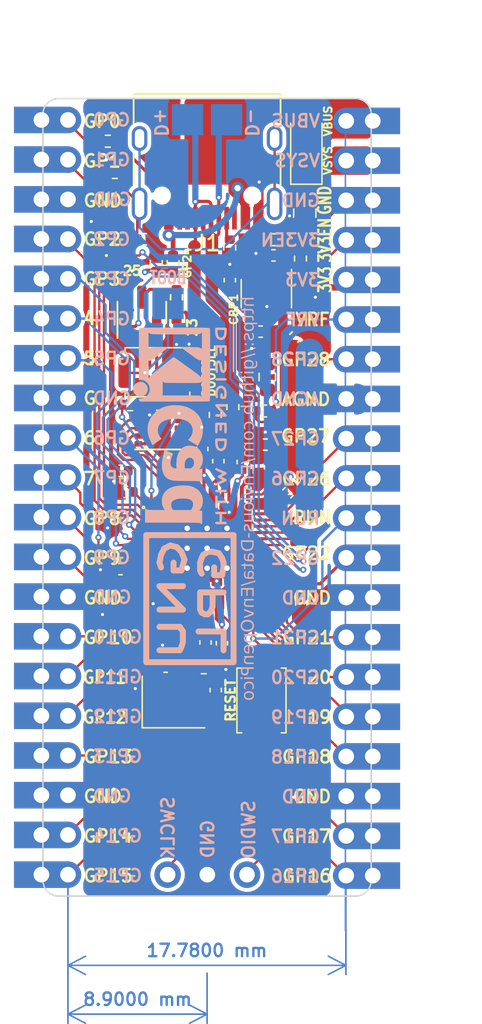
<source format=kicad_pcb>
(kicad_pcb (version 20221018) (generator pcbnew)
  (title_block (title "Env Open Pico") (date "2021-09-14") (rev "REV1") (company "Envious.Design"))
  (layers (0 "F.Cu" signal) (31 "B.Cu" signal) (34 "B.Paste" user) (35 "F.Paste" user) (36 "B.SilkS" user "B.Silkscreen") (37 "F.SilkS" user "F.Silkscreen") (38 "B.Mask" user) (39 "F.Mask" user) (44 "Edge.Cuts" user))
  (net 0 "")
  (net 1 "VBUS")
  (net 2 "+1V1")
  (net 3 "/~{USB_BOOT}")
  (net 4 "/GPIO15")
  (net 5 "/GPIO14")
  (net 6 "/GPIO13")
  (net 7 "/GPIO12")
  (net 8 "/GPIO11")
  (net 9 "/GPIO10")
  (net 10 "/GPIO9")
  (net 11 "/GPIO8")
  (net 12 "/GPIO7")
  (net 13 "/GPIO6")
  (net 14 "/GPIO5")
  (net 15 "/GPIO4")
  (net 16 "/GPIO3")
  (net 17 "/GPIO2")
  (net 18 "/GPIO1")
  (net 19 "/GPIO0")
  (net 20 "/GPIO25")
  (net 21 "/GPIO22")
  (net 22 "/GPIO21")
  (net 23 "/GPIO20")
  (net 24 "/GPIO19")
  (net 25 "/GPIO18")
  (net 26 "/GPIO17")
  (net 27 "/GPIO16")
  (net 28 "/RUN")
  (net 29 "/SWD")
  (net 30 "/SWCLK")
  (net 31 "/QSPI_SS")
  (net 32 "Net-(U1-IN)")
  (net 33 "/QSPI_SD3")
  (net 34 "/QSPI_SCLK")
  (net 35 "/QSPI_SD0")
  (net 36 "/QSPI_SD2")
  (net 37 "/QSPI_SD1")
  (net 38 "Net-(U1-BP)")
  (net 39 "Net-(GP23_LED1-A)")
  (net 40 "3V3_EN")
  (net 41 "USB_D+")
  (net 42 "USB_D-")
  (net 43 "/ADC_VREF")
  (net 44 "VSYS")
  (net 45 "+3V3")
  (net 46 "XIN")
  (net 47 "XOUT")
  (net 48 "Net-(C19-Pad2)")
  (net 49 "Net-(Q1-D)")
  (net 50 "Net-(GPIO25_LED1-A)")
  (net 51 "/GPIO24")
  (net 52 "Net-(U3-USB_DP)")
  (net 53 "/GPIO23")
  (net 54 "Net-(U3-USB_DM)")
  (net 55 "Net-(F1-Pad1)")
  (net 56 "AGND")
  (net 57 "GND")
  (net 58 "/GPIO27_ADC1")
  (net 59 "/GPIO26_ADC0")
  (net 60 "/GPIO28_ADC2")
  (net 61 "/GPIO29_ADC3")
  (net 62 "Net-(U3-ADC_AVDD)")
  (net 63 "Net-(J1-SHIELD)")
  (net 64 "Net-(J1-CC1)")
  (net 66 "Net-(J1-CC2)")
  (footprint "Connector_PinHeader_2.54mm:PinHeader_1x03_P2.54mm_Vertical" (layer "F.Cu") (at 101.125 106.9 90)
    (fp_text reference "J5")
    (fp_text value "Conn_01x03_Male")
  )
  (footprint "Capacitor_SMD:C_0402_1005Metric" (layer "F.Cu") (at 107.9 67.3 180)
    (fp_text reference "C1")
    (fp_text value "10uf 0402")
  )
  (footprint "Capacitor_SMD:C_0402_1005Metric" (layer "F.Cu") (at 104.6 92.1 -90)
    (fp_text reference "C6")
    (fp_text value "100nf 0402")
  )
  (footprint "Capacitor_SMD:C_0402_1005Metric" (layer "F.Cu") (at 103.34 79.68 90)
    (fp_text reference "C7")
    (fp_text value "100nf 0402")
  )
  (footprint "Capacitor_SMD:C_0402_1005Metric" (layer "F.Cu") (at 98.45 82.425 180)
    (fp_text reference "C11")
    (fp_text value "100nf 0402")
  )
  (footprint "Resistor_SMD:R_0402_1005Metric" (layer "F.Cu") (at 100.575 76.825)
    (fp_text reference "R1")
    (fp_text value "1K 0402")
  )
  (footprint "Resistor_SMD:R_0402_1005Metric" (layer "F.Cu") (at 105.3 77 -90)
    (fp_text reference "R4")
    (fp_text value "27r 0402 resistor")
  )
  (footprint "Capacitor_SMD:C_0402_1005Metric" (layer "F.Cu") (at 109.675 89.55 -90)
    (fp_text reference "C13")
    (fp_text value "100nf 0402")
  )
  (footprint "Capacitor_SMD:C_0402_1005Metric" (layer "F.Cu") (at 103.55 92.05 -90)
    (fp_text reference "C14")
    (fp_text value "100nf 0402")
  )
  (footprint "Capacitor_SMD:C_0402_1005Metric" (layer "F.Cu") (at 105.93 80.51 90)
    (fp_text reference "C3")
    (fp_text value "1uf 0402")
  )
  (footprint "Resistor_SMD:R_0402_1005Metric" (layer "F.Cu") (at 104.175 77.5 -90)
    (fp_text reference "R3")
    (fp_text value "27r 0402 resistor")
  )
  (footprint "Resistor_SMD:R_0402_1005Metric" (layer "F.Cu") (at 109.75 85.575 180)
    (fp_text reference "GPIO25_RESISTOR1")
    (fp_text value "470 0402")
  )
  (footprint "Resistor_SMD:R_0402_1005Metric" (layer "F.Cu") (at 105.1 66.802 90)
    (fp_text reference "R5")
    (fp_text value "5.1K 0402")
  )
  (footprint "Resistor_SMD:R_0402_1005Metric" (layer "F.Cu") (at 97.3 60)
    (fp_text reference "R6")
    (fp_text value "5.1K 0402")
  )
  (footprint "Package_SON:SON-8-1EP_3x2mm_P0.5mm_EP1.4x1.6mm" (layer "F.Cu") (at 100.55 78.6)
    (fp_text reference "FLASH1")
    (fp_text value "W25Q16JVUXIQ")
  )
  (footprint "Capacitor_SMD:C_0402_1005Metric" (layer "F.Cu") (at 104.37 80.46 90)
    (fp_text reference "C8")
    (fp_text value "100nf 0402")
  )
  (footprint "Capacitor_SMD:C_0402_1005Metric" (layer "F.Cu") (at 102.45 76.825)
    (fp_text reference "C5")
    (fp_text value "100nf 0402")
  )
  (footprint "Button_Switch_SMD:SW_Push_SPST_NO_Alps_SKRK" (layer "F.Cu") (at 100.475 74.775)
    (fp_text reference "J2")
    (fp_text value "Button")
  )
  (footprint "Resistor_SMD:R_0402_1005Metric" (layer "F.Cu") (at 98.725 76.85)
    (fp_text reference "R2")
    (fp_text value "10K 0402")
  )
  (footprint "Resistor_SMD:R_0603_1608Metric" (layer "F.Cu") (at 107.5 75.075 -90)
    (fp_text reference "R9")
    (fp_text value "200 0603")
  )
  (footprint "Resistor_SMD:R_0402_1005Metric" (layer "F.Cu") (at 107.3 77.25 180)
    (fp_text reference "R10")
    (fp_text value "1 0402")
  )
  (footprint "Diode_SMD:D_SOD-123" (layer "F.Cu") (at 110 60.5 90)
    (fp_text reference "D1")
    (fp_text value "1N4002W")
  )
  (footprint "Capacitor_SMD:C_0402_1005Metric" (layer "F.Cu") (at 107.075 72.175 180)
    (fp_text reference "C4")
    (fp_text value "10uf 0402")
  )
  (footprint "Capacitor_SMD:C_0402_1005Metric" (layer "F.Cu") (at 106.96 80.85 90)
    (fp_text reference "C10")
    (fp_text value "2.2uF 0402")
  )
  (footprint "Resistor_SMD:R_0402_1005Metric" (layer "F.Cu") (at 109.625 67.5 90)
    (fp_text reference "R7")
    (fp_text value "100K 0402")
  )
  (footprint "Capacitor_SMD:C_0402_1005Metric" (layer "F.Cu") (at 108.825 82.475 45)
    (fp_text reference "C16")
    (fp_text value "100nf 0402")
  )
  (footprint "Capacitor_SMD:C_0402_1005Metric" (layer "F.Cu") (at 98.11 87.36 180)
    (fp_text reference "C18")
    (fp_text value "100nf 0402")
  )
  (footprint "Capacitor_SMD:C_0402_1005Metric" (layer "F.Cu") (at 101 93.6)
    (fp_text reference "C2")
    (fp_text value "22pf 0402")
  )
  (footprint "Capacitor_SMD:C_0402_1005Metric" (layer "F.Cu") (at 104.2 95.1 90)
    (fp_text reference "C19")
    (fp_text value "22pf 0402")
  )
  (footprint "LED_SMD:LED_0402_1005Metric" (layer "F.Cu") (at 98.3 67.31)
    (fp_text reference "GPIO25_LED1")
    (fp_text value "LED_0402")
  )
  (footprint "Capacitor_SMD:C_0402_1005Metric" (layer "F.Cu") (at 98.125 81.075 180)
    (fp_text reference "C15")
    (fp_text value "100nf 0402")
  )
  (footprint "Package_TO_SOT_SMD:SOT-23-5" (layer "F.Cu") (at 107.442 69.7484 -90)
    (fp_text reference "U1")
    (fp_text value "SOT-23-5 5.5V 3.3V 500mA")
  )
  (footprint "Capacitor_SMD:C_0402_1005Metric" (layer "F.Cu") (at 105.1052 68.8848 90)
    (fp_text reference "CBP1")
    (fp_text value "10uf 0402")
  )
  (footprint "Crystal:Crystal_SMD_3225-4Pin_3.2x2.5mm" (layer "F.Cu") (at 101.5 95.86)
    (fp_text reference "Y1")
    (fp_text value "3225_4P 12MHz")
  )
  (footprint "Resistor_SMD:R_0402_1005Metric" (layer "F.Cu") (at 103.44 93.67)
    (fp_text reference "R11")
    (fp_text value "1K 0402")
  )
  (footprint "Button_Switch_SMD:SW_Push_SPST_NO_Alps_SKRK" (layer "F.Cu") (at 107.13 95.76 90)
    (fp_text reference "RSW1")
    (fp_text value "TSA343G00-250J2")
  )
  (footprint "RP2040_minimal:RP2040-QFN-56" (layer "F.Cu") (at 103.65 86.025)
    (fp_text reference "U3")
    (fp_text value "RP2040")
  )
  (footprint "Fuse:Fuse_0805_2012Metric" (layer "F.Cu") (at 109.9 64.6 90)
    (fp_text reference "F1")
    (fp_text value "0805L050WR")
  )
  (footprint "Resistor_SMD:R_0402_1005Metric" (layer "F.Cu") (at 101.475 67.785 -90)
    (fp_text reference "R101")
    (fp_text value "5.6K 0402")
  )
  (footprint "Package_TO_SOT_SMD:SOT-23" (layer "F.Cu") (at 99.475 70.9125 90)
    (fp_text reference "Q1")
    (fp_text value "SI2301B")
  )
  (footprint "Capacitor_SMD:C_0402_1005Metric" (layer "F.Cu") (at 107.375 79.4 180)
    (fp_text reference "C102")
    (fp_text value "2.2uF 0402")
  )
  (footprint "LED_SMD:LED_0402_1005Metric" (layer "F.Cu") (at 101.695 71.9025 90)
    (fp_text reference "GP23_LED1")
    (fp_text value "GP23 LED_0402")
  )
  (footprint "Capacitor_SMD:C_0402_1005Metric" (layer "F.Cu") (at 99.66 66.27 180)
    (fp_text reference "C101")
    (fp_text value "0.1uf 0402")
  )
  (footprint "Resistor_SMD:R_0402_1005Metric" (layer "F.Cu") (at 100.4 67.785 90)
    (fp_text reference "R103")
    (fp_text value "10K 0402")
  )
  (footprint "Resistor_SMD:R_0402_1005Metric" (layer "F.Cu") (at 107.95 66.3 180)
    (fp_text reference "FB1")
    (fp_text value "FerriteBead 0402")
  )
  (footprint "Connector_USB:USB_C_Receptacle_HRO_TYPE-C-31-M-12" (layer "F.Cu") (at 103.65 60.875 180)
    (fp_text reference "J1")
    (fp_text value "USB_C_Receptacle_USB2.0")
  )
  (footprint "Capacitor_SMD:C_0402_1005Metric" (layer "F.Cu") (at 109.275 72.525 45)
    (fp_text reference "C17")
    (fp_text value "10uf 0402")
  )
  (footprint "Resistor_SMD:R_0402_1005Metric" (layer "F.Cu") (at 97.75 62 180)
    (fp_text reference "R102")
    (fp_text value "220 0402")
  )
  (footprint "Resistor_SMD:R_0402_1005Metric" (layer "F.Cu") (at 101.695 69.977499 90)
    (fp_text reference "GPIO24_RESISTOR1")
    (fp_text value "1K 0402")
  )
  (footprint "Symbol:OSHW-Symbol_6.7x6mm_Copper" (layer "F.Cu") (at 103.65 101.5)
    (fp_text reference "REF**" hide)
    (fp_text value "OSHW-Symbol_6.7x6mm_Copper" hide)
  )
  (footprint "Connector_PinHeader_2.54mm:PinHeader_1x20_P2.54mm_Vertical" (layer "B.Cu") (at 112.53 58.699138 180)
    (fp_text reference "J4")
    (fp_text value "2.54mm header 01x20")
  )
  (footprint "Connector_PinHeader_2.54mm:PinHeader_1x20_P2.54mm_Vertical" (layer "B.Cu") (at 94.75 106.899138)
    (fp_text reference "J3" hide)
    (fp_text value "2.54mm header 01x20")
  )
  (footprint "EnvExtras:CustomTestPoint" (layer "B.Cu") (at 102.4 58.625)
    (fp_text reference "TP1")
    (fp_text value "TestPoint")
  )
  (footprint "EnvExtras:CustomTestPoint" (layer "B.Cu") (at 104.9 58.625)
    (fp_text reference "TP2")
    (fp_text value "TestPoint")
  )
  (footprint "EnvExtras:CustomTestPoint" (layer "B.Cu") (at 101.15 70.375)
    (fp_text reference "TP3")
    (fp_text value "TestPoint")
  )
  (footprint "Symbol:Symbol_GNU-GPL_CopperTop_Small" (layer "B.Cu") (at 102.804 89.25 -90)
    (fp_text reference "REF**")
    (fp_text value "Symbol_GNU-GPL_CopperTop_Small")
  )
  (footprint "NetTie:NetTie-2_SMD_Pad0.5mm" (layer "B.Cu") (at 109.05 82.925)
    (fp_text reference "NT1")
    (fp_text value "NetTie_2")
  )
  (footprint "Symbol:KiCad-Logo2_5mm_SilkScreen" (layer "B.Cu") (at 101.9 78.2 -90)
    (fp_text reference "REF**" hide)
    (fp_text value "KiCad-Logo2_5mm_SilkScreen" hide)
  )
  (gr_line (start 112.5 58.7) (end 112.5 110.475) (stroke (width 0.1)) (layer "B.Cu"))
  (gr_circle (center 99.58 83.415) (end 99.6 83.415) (stroke (width 0.1)) (fill none) (layer "F.SilkS"))
  (gr_line (start 113.15 108.27) (end 94.15 108.27) (stroke (width 0.1)) (layer "Edge.Cuts"))
  (gr_arc (start 93.15 58.27) (mid 93.442893 57.562893) (end 94.15 57.27) (stroke (width 0.1)) (layer "Edge.Cuts"))
  (gr_line (start 114.15 58.27) (end 114.15 107.27) (stroke (width 0.1)) (layer "Edge.Cuts"))
  (gr_arc (start 114.15 107.27) (mid 113.857107 107.977107) (end 113.15 108.27) (stroke (width 0.1)) (layer "Edge.Cuts"))
  (gr_line (start 93.15 107.27) (end 93.15 58.27) (stroke (width 0.1)) (layer "Edge.Cuts"))
  (gr_arc (start 94.15 108.27) (mid 93.442893 107.977107) (end 93.15 107.27) (stroke (width 0.1)) (layer "Edge.Cuts"))
  (gr_line (start 94.15 57.27) (end 113.15 57.27) (stroke (width 0.1)) (layer "Edge.Cuts"))
  (gr_arc (start 113.15 57.27) (mid 113.857107 57.562893) (end 114.15 58.27) (stroke (width 0.1)) (layer "Edge.Cuts"))
  (gr_text "SWCLK" (at 101.15 105.945 90) (layer "B.SilkS") (effects (font (size 0.8 0.8) (thickness 0.153)) (justify right mirror)))
  (gr_text "GND" (at 103.69 105.945 90) (layer "B.SilkS") (effects (font (size 0.8 0.8) (thickness 0.153)) (justify right mirror)))
  (gr_text "GP20" (at 109.3 94.28947) (layer "B.SilkS") (effects (font (size 0.8 0.8) (thickness 0.153)) (justify mirror)))
  (gr_text "3V3EN" (at 108.97619 66.326315) (layer "B.SilkS") (effects (font (size 0.8 0.8) (thickness 0.153)) (justify mirror)))
  (gr_text "3V3" (at 109.757143 68.86842) (layer "B.SilkS") (effects (font (size 0.8 0.8) (thickness 0.153)) (justify mirror)))
  (gr_text "GP15" (at 97.925 106.963158) (layer "B.SilkS") (effects (font (size 0.8 0.8) (thickness 0.153)) (justify mirror)))
  (gr_text "SWDIO" (at 106.307142 105.95 90) (layer "B.SilkS") (effects (font (size 0.8 0.8) (thickness 0.153)) (justify right mirror)))
  (gr_text "VSYS" (at 109.414286 61.242105) (layer "B.SilkS") (effects (font (size 0.8 0.8) (thickness 0.153)) (justify mirror)))
  (gr_text "GP7" (at 97.544047 81.528947) (layer "B.SilkS") (effects (font (size 0.8 0.8) (thickness 0.153)) (justify mirror)))
  (gr_text "GP17" (at 109.3 104.45789) (layer "B.SilkS") (effects (font (size 0.8 0.8) (thickness 0.153)) (justify mirror)))
  (gr_text "AGND" (at 109.3 76.494735) (layer "B.SilkS") (effects (font (size 0.8 0.8) (thickness 0.153)) (justify mirror)))
  (gr_text "GP21" (at 109.3 91.747365) (layer "B.SilkS") (effects (font (size 0.8 0.8) (thickness 0.153)) (justify mirror)))
  (gr_text "GND" (at 109.642857 89.20526) (layer "B.SilkS") (effects (font (size 0.8 0.8) (thickness 0.153)) (justify mirror)))
  (gr_text "GP8" (at 97.544047 84.072368) (layer "B.SilkS") (effects (font (size 0.8 0.8) (thickness 0.153)) (justify mirror)))
  (gr_text "VRF" (at 109.77619 71.410525) (layer "B.SilkS") (effects (font (size 0.8 0.8) (thickness 0.153)) (justify mirror)))
  (gr_text "GP10" (at 97.925 91.702631) (layer "B.SilkS") (effects (font (size 0.8 0.8) (thickness 0.153)) (justify mirror)))
  (gr_text "GP18" (at 109.3 99.37368) (layer "B.SilkS") (effects (font (size 0.8 0.8) (thickness 0.153)) (justify mirror)))
  (gr_text "GP5" (at 97.544047 73.898684) (layer "B.SilkS") (effects (font (size 0.8 0.8) (thickness 0.153)) (justify mirror)))
  (gr_text "GP16" (at 109.3 107) (layer "B.SilkS") (effects (font (size 0.8 0.8) (thickness 0.153)) (justify mirror)))
  (gr_text "GP6" (at 97.544047 78.985526) (layer "B.SilkS") (effects (font (size 0.8 0.8) (thickness 0.153)) (justify mirror)))
  (gr_text "GND" (at 109.642857 101.915785) (layer "B.SilkS") (effects (font (size 0.8 0.8) (thickness 0.153)) (justify mirror)))
  (gr_text "GP11" (at 97.925 94.246052) (layer "B.SilkS") (effects (font (size 0.8 0.8) (thickness 0.153)) (justify mirror)))
  (gr_text "GP9" (at 97.544047 86.615789) (layer "B.SilkS") (effects (font (size 0.8 0.8) (thickness 0.153)) (justify mirror)))
  (gr_text "GP19" (at 109.3 96.831575) (layer "B.SilkS") (effects (font (size 0.8 0.8) (thickness 0.153)) (justify mirror)))
  (gr_text "GP0" (at 97.544047 58.638158) (layer "B.SilkS") (effects (font (size 0.8 0.8) (thickness 0.153)) (justify mirror)))
  (gr_text "BOOT" (at 101.15 68.725) (layer "B.SilkS") (effects (font (size 0.8 0.6)) (justify mirror)))
  (gr_text "VBUS" (at 109.319048 58.7) (layer "B.SilkS") (effects (font (size 0.8 0.8) (thickness 0.153)) (justify mirror)))
  (gr_text "GP2" (at 97.544047 66.268421) (layer "B.SilkS") (effects (font (size 0.8 0.8) (thickness 0.153)) (justify mirror)))
  (gr_text "GP4" (at 97.544047 71.355263) (layer "B.SilkS") (effects (font (size 0.8 0.8) (thickness 0.153)) (justify mirror)))
  (gr_text "D-" (at 106.5 58.8 270) (layer "B.SilkS") (effects (font (size 0.8 0.8) (thickness 0.153)) (justify mirror)))
  (gr_text "GND" (at 97.582142 89.15921) (layer "B.SilkS") (effects (font (size 0.8 0.8) (thickness 0.153)) (justify mirror)))
  (gr_text "GND" (at 97.582142 76.442105) (layer "B.SilkS") (effects (font (size 0.8 0.8) (thickness 0.153)) (justify mirror)))
  (gr_text "GND" (at 97.582142 63.725) (layer "B.SilkS") (effects (font (size 0.8 0.8) (thickness 0.153)) (justify mirror)))
  (gr_text "GP1" (at 97.544047 61.181579) (layer "B.SilkS") (effects (font (size 0.8 0.8) (thickness 0.153)) (justify mirror)))
  (gr_text "GND" (at 109.642857 63.78421) (layer "B.SilkS") (effects (font (size 0.8 0.8) (thickness 0.153)) (justify mirror)))
  (gr_text "GP3" (at 97.544047 68.811842) (layer "B.SilkS") (effects (font (size 0.8 0.8) (thickness 0.153)) (justify mirror)))
  (gr_text "GP26" (at 109.3 81.578945) (layer "B.SilkS") (effects (font (size 0.8 0.8) (thickness 0.153)) (justify mirror)))
  (gr_text "GP28" (at 109.3 73.95263) (layer "B.SilkS") (effects (font (size 0.8 0.8) (thickness 0.153)) (justify mirror)))
  (gr_text "GP22" (at 109.3 86.663155) (layer "B.SilkS") (effects (font (size 0.8 0.8) (thickness 0.153)) (justify mirror)))
  (gr_text "https://github.com/Envious-Data/EnvOpenPico" (at 106.3 82.85 90) (layer "B.SilkS") (effects (font (size 0.8 0.8) (thickness 0.153)) (justify mirror)))
  (gr_text "RUN" (at 109.62381 84.12105) (layer "B.SilkS") (effects (font (size 0.8 0.8) (thickness 0.153)) (justify mirror)))
  (gr_text "GND" (at 97.582142 101.876315) (layer "B.SilkS") (effects (font (size 0.8 0.8) (thickness 0.153)) (justify mirror)))
  (gr_text "GP12" (at 97.925 96.789473) (layer "B.SilkS") (effects (font (size 0.8 0.8) (thickness 0.153)) (justify mirror)))
  (gr_text "GP14" (at 97.925 104.419736) (layer "B.SilkS") (effects (font (size 0.8 0.8) (thickness 0.153)) (justify mirror)))
  (gr_text "GP13" (at 97.925 99.332894) (layer "B.SilkS") (effects (font (size 0.8 0.8) (thickness 0.153)) (justify mirror)))
  (gr_text "GP27" (at 109.3 79.03684) (layer "B.SilkS") (effects (font (size 0.8 0.8) (thickness 0.153)) (justify mirror)))
  (gr_text "D+" (at 100.7 58.8 270) (layer "B.SilkS") (effects (font (size 0.8 0.8) (thickness 0.153)) (justify mirror)))
  (gr_text "GP18" (at 110.019743 99.3636) (layer "F.SilkS") (effects (font (size 0.8 0.8) (thickness 0.153))))
  (gr_text "5" (at 96.13 73.892183) (layer "F.SilkS") (effects (font (size 0.8 0.8) (thickness 0.153))))
  (gr_text "BOOTSEL" (at 103.775 74.7 90) (layer "F.SilkS") (effects (font (size 0.8 0.5) (thickness 0.125) bold)))
  (gr_text "GP14" (at 97.320953 104.435514) (layer "F.SilkS") (effects (font (size 0.8 0.8) (thickness 0.153))))
  (gr_text "GND" (at 111.175 63.775 90) (layer "F.SilkS") (effects (font (size 0.8 0.6))))
  (gr_text "GND" (at 96.978095 63.803946) (layer "F.SilkS") (effects (font (size 0.8 0.8) (thickness 0.153))))
  (gr_text "GP12" (at 97.1 96.825) (layer "F.SilkS") (effects (font (size 0.8 0.7))))
  (gr_text "VBUS" (at 111.39 58.71 90) (layer "F.SilkS") (effects (font (size 0.5 0.5) (thickness 0.125))))
  (gr_text "GP2" (at 96.94 66.262761) (layer "F.SilkS") (effects (font (size 0.8 0.8) (thickness 0.153))))
  (gr_text "GP9" (at 96.94 86.659203) (layer "F.SilkS") (effects (font (size 0.8 0.8) (thickness 0.153))))
  (gr_text "GP0" (at 96.94 58.725) (layer "F.SilkS") (effects (font (size 0.8 0.8) (thickness 0.153))))
  (gr_text "G" (at 96.149048 76.434298) (layer "F.SilkS") (effects (font (size 0.8 0.8) (thickness 0.153))))
  (gr_text "GP10" (at 97.320953 91.738149) (layer "F.SilkS") (effects (font (size 0.8 0.8) (thickness 0.153))))
  (gr_text "25" (at 98.85 68.287) (layer "F.SilkS") (effects (font (size 0.6 0.6))))
  (gr_text "RUN" (at 110.3626 84.065) (layer "F.SilkS") (effects (font (size 0.8 0.8) (thickness 0.153))))
  (gr_text "GND" (at 110.3626 89.2036) (layer "F.SilkS") (effects (font (size 0.8 0.8) (thickness 0.153))))
  (gr_text "3V3EN" (at 111.2 66.325 90) (layer "F.SilkS") (effects (font (size 0.8 0.6))))
  (gr_text "GND" (at 96.978095 89.198676) (layer "F.SilkS") (effects (font (size 0.8 0.8) (thickness 0.153))))
  (gr_text "4" (at 96.13 71.33) (layer "F.SilkS") (effects (font (size 0.8 0.8) (thickness 0.153))))
  (gr_text "RESET" (at 105.15 95.75 90) (layer "F.SilkS") (effects (font (size 0.6 0.6))))
  (gr_text "CBP1" (at 105.3592 70.75 90) (layer "F.SilkS") (effects (font (size 0.5 0.5) (thickness 0.125))))
  (gr_text "AGND" (at 111.633 76.5048) (layer "F.SilkS") (effects (font (size 0.8 0.8) (thickness 0.153)) (justify right)))
  (gr_text "GP15" (at 97.320953 106.975) (layer "F.SilkS") (effects (font (size 0.8 0.8) (thickness 0.153))))
  (gr_text "7" (at 96.13 81.580257) (layer "F.SilkS") (effects (font (size 0.8 0.8) (thickness 0.153))))
  (gr_text "GND" (at 110.3626 101.9036) (layer "F.SilkS") (effects (font (size 0.8 0.8) (thickness 0.153))))
  (gr_text "GP28" (at 109.97 73.965) (layer "F.SilkS") (effects (font (size 0.8 0.8) (thickness 0.153))))
  (gr_text "GP17" (at 110.007 104.4436) (layer "F.SilkS") (effects (font (size 0.8 0.8) (thickness 0.153))))
  (gr_text "GP13" (at 97.320953 99.356568) (layer "F.SilkS") (effects (font (size 0.8 0.8) (thickness 0.153))))
  (gr_text "GP24" (at 102.375 67.775 90) (layer "F.SilkS") (effects (font (size 0.5 0.5) (thickness 0.125))))
  (gr_text "GP1" (at 96.94 61.264473) (layer "F.SilkS") (effects (font (size 0.8 0.8) (thickness 0.153))))
  (gr_text "GP8" (at 96.94 84.11973) (layer "F.SilkS") (effects (font (size 0.8 0.8) (thickness 0.153))))
  (gr_text "VSYS" (at 111.39 61.23 90) (layer "F.SilkS") (effects (font (size 0.5 0.5) (thickness 0.125))))
  (gr_text "23" (at 102.7 71.9 90) (layer "F.SilkS") (effects (font (size 0.6 0.6))))
  (gr_text "GP16" (at 110.0324 106.9836) (layer "F.SilkS") (effects (font (size 0.8 0.8) (thickness 0.153))))
  (gr_text "20" (at 110.819743 94.2836) (layer "F.SilkS") (effects (font (size 0.8 0.8) (thickness 0.153))))
  (gr_text "VRF" (at 110.4 71.4) (layer "F.SilkS") (effects (font (size 0.8 0.8))))
  (gr_text "GP11" (at 97.1 94.277622) (layer "F.SilkS") (effects (font (size 0.8 0.7) (thickness 0.153))))
  (gr_text "GND" (at 96.978095 101.896041) (layer "F.SilkS") (effects (font (size 0.8 0.8) (thickness 0.153))))
  (gr_text "GP27" (at 109.95 78.85) (layer "F.SilkS") (effects (font (size 0.8 0.8) (thickness 0.153))))
  (gr_text "GP26" (at 110 81.585) (layer "F.SilkS") (effects (font (size 0.8 0.8) (thickness 0.153))))
  (gr_text "6" (at 96.13 78.977439) (layer "F.SilkS") (effects (font (size 0.8 0.8) (thickness 0.153))))
  (gr_text "GP3" (at 96.93 68.81) (layer "F.SilkS") (effects (font (size 0.8 0.8) (thickness 0.153))))
  (gr_text "GP21" (at 110.019743 91.7436) (layer "F.SilkS") (effects (font (size 0.8 0.8) (thickness 0.153))))
  (gr_text "GP22" (at 109.9985 86.35) (layer "F.SilkS") (effects (font (size 0.8 0.8))))
  (gr_text "19" (at 110.819743 96.825) (layer "F.SilkS") (effects (font (size 0.8 0.8) (thickness 0.153))))
  (gr_text "3V3" (at 111.2 68.85 90) (layer "F.SilkS") (effects (font (size 0.8 0.6))))
  (dimension (type aligned) (layer "B.Cu") (pts (xy 94.75 112.7) (xy 103.65 112.7)) (height 3.119138) (gr_text "8.9000 mm" (at 99.2 114.869138) (layer "B.Cu") (effects (font (size 0.8 0.8) (thickness 0.15)))) (format (prefix "") (suffix "") (units 3) (units_format 1) (precision 4)) (style (thickness 0.1) (arrow_length 1.27) (text_position_mode 0) (extension_height 0.58642) (extension_offset 0.5) keep_text_aligned))
  (dimension (type aligned) (layer "B.Cu") (pts (xy 94.75 106.899138) (xy 112.53 106.899138)) (height 5.800862) (gr_text "17.7800 mm" (at 103.64 111.75) (layer "B.Cu") (effects (font (size 0.8 0.8) (thickness 0.15)))) (format (prefix "") (suffix "") (units 3) (units_format 1) (precision 4)) (style (thickness 0.1) (arrow_length 1.27) (text_position_mode 0) (extension_height 0.58642) (extension_offset 0.5) keep_text_aligned))
  (segment (start 101.2 66) (end 101.475 66.275) (width 0.3) (layer "F.Cu") (net 1))
  (segment (start 101.475 66.275) (end 101.475 67.275) (width 0.3) (layer "F.Cu") (net 1))
  (segment (start 101.2 64.92) (end 101.2 66) (width 0.4) (layer "F.Cu") (net 1))
  (via (at 101.2 66) (size 0.8) (drill 0.4) (layers "F.Cu" "B.Cu") (net 1))
  (via (at 105.6 63) (size 0.8) (drill 0.4) (layers "F.Cu" "B.Cu") (net 1))
  (segment (start 102.6 66) (end 101.2 66) (width 0.4) (layer "B.Cu") (net 1))
  (arc (start 105.6 63) (mid 104.72132 65.12132) (end 102.6 66) (width 0.4) (layer "B.Cu") (net 1))
  (segment (start 105.45 81.925) (end 105.45 82.5875) (width 0.2) (layer "F.Cu") (net 2))
  (segment (start 105.93 80.99) (end 105.93 81.395) (width 0.15) (layer "F.Cu") (net 2))
  (segment (start 105.6 81.725) (end 105.45 81.925) (width 0.2) (layer "F.Cu") (net 2))
  (segment (start 104.6 90.9) (end 104.6 91.62) (width 0.2) (layer "F.Cu") (net 2))
  (segment (start 105.93 81.395) (end 105.6 81.725) (width 0.15) (layer "F.Cu") (net 2))
  (segment (start 104.6 90.9) (end 104.24 90.54) (width 0.2) (layer "F.Cu") (net 2))
  (segment (start 104.24 90.54) (end 104.24 89.4625) (width 0.2) (layer "F.Cu") (net 2))
  (segment (start 103.45 82.5275) (end 103.45 80.27) (width 0.2) (layer "F.Cu") (net 2))
  (via (at 104.27 88.125) (size 0.4) (drill 0.2) (layers "F.Cu" "B.Cu") (net 2))
  (via (at 105.065 83.725) (size 0.4) (drill 0.2) (layers "F.Cu" "B.Cu") (net 2))
  (via (at 105.6 81.725) (size 0.4) (drill 0.2) (layers "F.Cu" "B.Cu") (net 2))
  (via (at 104.6 90.9) (size 0.4) (drill 0.2) (layers "F.Cu" "B.Cu") (net 2))
  (via (at 103.4745 81.37) (size 0.4) (drill 0.2) (layers "F.Cu" "B.Cu") (net 2))
  (segment (start 104.6 90.9) (end 104.27 88.125) (width 0.4) (layer "B.Cu") (net 2))
  (segment (start 105.6 81.725) (end 105.065 83.725) (width 0.4) (layer "B.Cu") (net 2))
  (segment (start 105.065 83.725) (end 103.4745 81.37) (width 0.4) (layer "B.Cu") (net 2))
  (segment (start 98.7 74.815) (end 99.66 74.815) (width 0.15) (layer "F.Cu") (net 3))
  (segment (start 99.66 74.815) (end 99.675 74.8) (width 0.15) (layer "F.Cu") (net 3))
  (segment (start 98.415 74.815) (end 98.7 74.815) (width 0.15) (layer "F.Cu") (net 3))
  (segment (start 101.085 76.21) (end 99.675 74.8) (width 0.15) (layer "F.Cu") (net 3))
  (segment (start 98.39 74.79) (end 98.415 74.815) (width 0.15) (layer "F.Cu") (net 3))
  (segment (start 98.7 74.815) (end 99.765 74.815) (width 0.15) (layer "F.Cu") (net 3))
  (segment (start 98.39 74.575) (end 98.39 74.79) (width 0.15) (layer "F.Cu") (net 3))
  (segment (start 101.085 76.825) (end 101.085 76.21) (width 0.15) (layer "F.Cu") (net 3))
  (via (at 99.675 74.8) (size 0.4) (drill 0.2) (layers "F.Cu" "B.Cu") (net 3))
  (segment (start 99.675 74.8) (end 101.15 73.325) (width 0.15) (layer "B.Cu") (net 3))
  (segment (start 101.15 73.325) (end 101.15 70.375) (width 0.15) (layer "B.Cu") (net 3))
  (segment (start 102.24 90.251016) (end 101.266006 91.22501) (width 0.15) (layer "F.Cu") (net 4))
  (segment (start 100.12499 91.22501) (end 97.2 94.15) (width 0.15) (layer "F.Cu") (net 4))
  (segment (start 102.24 89.5125) (end 102.24 90.251016) (width 0.15) (layer "F.Cu") (net 4))
  (segment (start 102.25 90.241016) (end 101.266006 91.22501) (width 0.15) (layer "F.Cu") (net 4))
  (segment (start 102.25 89.4625) (end 102.25 90.241016) (width 0.15) (layer "F.Cu") (net 4))
  (segment (start 97.2 94.15) (end 97.2 104.515) (width 0.15) (layer "F.Cu") (net 4))
  (segment (start 97.2 104.515) (end 94.69 107.025) (width 0.15) (layer "F.Cu") (net 4))
  (segment (start 101.266006 91.22501) (end 100.12499 91.22501) (width 0.15) (layer "F.Cu") (net 4))
  (segment (start 101.84 90.226752) (end 101.141742 90.92501) (width 0.15) (layer "F.Cu") (net 5))
  (segment (start 96.9 102.16) (end 96.9 94.025736) (width 0.15) (layer "F.Cu") (net 5))
  (segment (start 96.9 94.025736) (end 100.000726 90.92501) (width 0.15) (layer "F.Cu") (net 5))
  (segment (start 94.7 104.36) (end 96.9 102.16) (width 0.15) (layer "F.Cu") (net 5))
  (segment (start 100.000726 90.92501) (end 101.141742 90.92501) (width 0.15) (layer "F.Cu") (net 5))
  (segment (start 101.84 89.5125) (end 101.84 90.226752) (width 0.15) (layer "F.Cu") (net 5))
  (segment (start 101.017478 90.62501) (end 99.876462 90.62501) (width 0.15) (layer "F.Cu") (net 6))
  (segment (start 95.86 99.28) (end 94.7 99.28) (width 0.15) (layer "F.Cu") (net 6))
  (segment (start 101.45 89.4625) (end 101.45 90.192488) (width 0.15) (layer "F.Cu") (net 6))
  (segment (start 96.6 93.901472) (end 96.6 98.54) (width 0.15) (layer "F.Cu") (net 6))
  (segment (start 101.45 90.192488) (end 101.017478 90.62501) (width 0.15) (layer "F.Cu") (net 6))
  (segment (start 99.876462 90.62501) (end 96.6 93.901472) (width 0.15) (layer "F.Cu") (net 6))
  (segment (start 96.6 98.54) (end 95.86 99.28) (width 0.15) (layer "F.Cu") (net 6))
  (segment (start 99.753096 90.324112) (end 96.3 93.777208) (width 0.15) (layer "F.Cu") (net 7))
  (segment (start 96.3 93.777208) (end 96.3 95.14) (width 0.15) (layer "F.Cu") (net 7))
  (segment (start 101.05 89.4625) (end 101.05 90.168224) (width 0.15) (layer "F.Cu") (net 7))
  (segment (start 100.894112 90.324112) (end 99.753096 90.324112) (width 0.15) (layer "F.Cu") (net 7))
  (segment (start 101.05 90.168224) (end 100.894112 90.324112) (width 0.15) (layer "F.Cu") (net 7))
  (segment (start 96.3 95.14) (end 94.7 96.74) (width 0.15) (layer "F.Cu") (net 7))
  (segment (start 94.749264 94.2) (end 100.2125 88.736764) (width 0.15) (layer "F.Cu") (net 8))
  (segment (start 100.2125 88.736764) (end 100.2125 88.625) (width 0.15) (layer "F.Cu") (net 8))
  (segment (start 99.07 89.455) (end 99.07 88.772125) (width 0.15) (layer "F.Cu") (net 9))
  (segment (start 94.7 91.66) (end 96.865 91.66) (width 0.15) (layer "F.Cu") (net 9))
  (segment (start 99.07 88.772125) (end 99.617125 88.225) (width 0.15) (layer "F.Cu") (net 9))
  (segment (start 99.617125 88.225) (end 100.2125 88.225) (width 0.15) (layer "F.Cu") (net 9))
  (segment (start 96.865 91.66) (end 99.07 89.455) (width 0.15) (layer "F.Cu") (net 9))
  (segment (start 99.592861 87.825) (end 98.692861 88.725) (width 0.15) (layer "F.Cu") (net 10))
  (segment (start 100.2125 87.825) (end 99.584264 87.825) (width 0.15) (layer "F.Cu") (net 10))
  (segment (start 96.71 88.725) (end 94.69 86.705) (width 0.15) (layer "F.Cu") (net 10))
  (segment (start 100.2525 87.825) (end 99.592861 87.825) (width 0.15) (layer "F.Cu") (net 10))
  (segment (start 98.692861 88.725) (end 97.075 88.725) (width 0.15) (layer "F.Cu") (net 10))
  (segment (start 97.075 88.725) (end 96.71 88.725) (width 0.15) (layer "F.Cu") (net 10))
  (segment (start 99.584264 87.825) (end 98.684264 88.725) (width 0.15) (layer "F.Cu") (net 10))
  (segment (start 98.684264 88.725) (end 97.075 88.725) (width 0.15) (layer "F.Cu") (net 10))
  (segment (start 96.834278 88.425) (end 95.874988 87.46571) (width 0.15) (layer "F.Cu") (net 11))
  (segment (start 99.56 87.425) (end 98.56 88.425) (width 0.15) (layer "F.Cu") (net 11))
  (segment (start 100.2125 87.425) (end 99.56 87.425) (width 0.15) (layer "F.Cu") (net 11))
  (segment (start 95.874988 85.349988) (end 94.69 84.165) (width 0.15) (layer "F.Cu") (net 11))
  (segment (start 95.874988 87.46571) (end 95.874988 85.349988) (width 0.15) (layer "F.Cu") (net 11))
  (segment (start 100.2525 87.425) (end 99.56 87.425) (width 0.15) (layer "F.Cu") (net 11))
  (segment (start 98.56 88.425) (end 96.834278 88.425) (width 0.15) (layer "F.Cu") (net 11))
  (segment (start 96.174999 85.919999) (end 96.174999 83.772833) (width 0.15) (layer "F.Cu") (net 12))
  (segment (start 95.539999 83.137833) (end 95.539999 82.474999) (width 0.15) (layer "F.Cu") (net 12))
  (segment (start 96.174999 83.772833) (end 95.539999 83.137833) (width 0.15) (layer "F.Cu") (net 12))
  (segment (start 100.2525 86.625) (end 96.88 86.625) (width 0.15) (layer "F.Cu") (net 12))
  (segment (start 96.88 86.625) (end 96.174999 85.919999) (width 0.15) (layer "F.Cu") (net 12))
  (segment (start 95.539999 82.474999) (end 94.69 81.625) (width 0.15) (layer "F.Cu") (net 12))
  (segment (start 96.7 86.020722) (end 96.7 85.335) (width 0.15) (layer "F.Cu") (net 13))
  (segment (start 96.904278 86.225) (end 96.7 86.020722) (width 0.15) (layer "F.Cu") (net 13))
  (segment (start 100.2525 86.225) (end 96.904278 86.225) (width 0.15) (layer "F.Cu") (net 13))
  (via (at 96.7 85.335) (size 0.4) (drill 0.2) (layers "F.Cu" "B.Cu") (net 13))
  (segment (start 96.7 80.96) (end 96.7 85.335) (width 0.15) (layer "B.Cu") (net 13))
  (segment (start 94.825 79.085) (end 96.7 80.96) (width 0.15) (layer "B.Cu") (net 13))
  (segment (start 97.921945 85.825) (end 97.816938 85.719993) (width 0.15) (layer "F.Cu") (net 14))
  (segment (start 100.2525 85.825) (end 97.921945 85.825) (width 0.15) (layer "F.Cu") (net 14))
  (via (at 97.816938 85.719993) (size 0.4) (drill 0.2) (layers "F.Cu" "B.Cu") (net 14))
  (segment (start 96.59 77.43) (end 97.54 76.48) (width 0.15) (layer "B.Cu") (net 14))
  (segment (start 96.745 74.005) (end 94.69 74.005) (width 0.15) (layer "B.Cu") (net 14))
  (segment (start 97.54 74.8) (end 96.745 74.005) (width 0.15) (layer "B.Cu") (net 14))
  (segment (start 97.816938 85.719993) (end 97.816938 84.156796) (width 0.15) (layer "B.Cu") (net 14))
  (segment (start 98.24 83.733734) (end 98.24 81.25) (width 0.15) (layer "B.Cu") (net 14))
  (segment (start 97.54 76.48) (end 97.54 74.8) (width 0.15) (layer "B.Cu") (net 14))
  (segment (start 97.816938 84.156796) (end 98.24 83.733734) (width 0.15) (layer "B.Cu") (net 14))
  (segment (start 96.59 79.6) (end 96.59 77.43) (width 0.15) (layer "B.Cu") (net 14))
  (segment (start 98.24 81.25) (end 96.59 79.6) (width 0.15) (layer "B.Cu") (net 14))
  (segment (start 98.573859 85.425) (end 98.410926 85.262067) (width 0.15) (layer "F.Cu") (net 15))
  (segment (start 100.2525 85.425) (end 98.573859 85.425) (width 0.15) (layer "F.Cu") (net 15))
  (via (at 98.410926 85.262067) (size 0.4) (drill 0.2) (layers "F.Cu" "B.Cu") (net 15))
  (segment (start 95.833875 71.34) (end 98.693709 74.199834) (width 0.15) (layer "B.Cu") (net 15))
  (segment (start 96.97902 77.67098) (end 96.97902 79.394783) (width 0.15) (layer "B.Cu") (net 15))
  (segment (start 98.693709 74.199834) (end 98.693709 75.956291) (width 0.15) (layer "B.Cu") (net 15))
  (segment (start 98.7172 81.132963) (end 98.7172 83.7428) (width 0.15) (layer "B.Cu") (net 15))
  (segment (start 98.7172 83.7428) (end 98.116938 84.343062) (width 0.15) (layer "B.Cu") (net 15))
  (segment (start 96.97902 79.394783) (end 98.7172 81.132963) (width 0.15) (layer "B.Cu") (net 15))
  (segment (start 98.116938 84.96808) (end 98.410926 85.262067) (width 0.15) (layer "B.Cu") (net 15))
  (segment (start 94.7 71.34) (end 95.833875 71.34) (width 0.15) (layer "B.Cu") (net 15))
  (segment (start 98.693709 75.956291) (end 96.97902 77.67098) (width 0.15) (layer "B.Cu") (net 15))
  (segment (start 98.116938 84.343062) (end 98.116938 84.96808) (width 0.15) (layer "B.Cu") (net 15))
  (segment (start 100.2525 85.025) (end 99.16 85.025) (width 0.15) (layer "F.Cu") (net 16))
  (segment (start 99.16 85.025) (end 98.66 84.525) (width 0.15) (layer "F.Cu") (net 16))
  (via (at 98.66 84.525) (size 0.4) (drill 0.2) (layers "F.Cu" "B.Cu") (net 16))
  (segment (start 95.58 68.885) (end 97.15 70.455) (width 0.15) (layer "B.Cu") (net 16))
  (segment (start 99.05 80.99) (end 99.05 84.135) (width 0.15) (layer "B.Cu") (net 16))
  (segment (start 99.05 84.135) (end 98.66 84.525) (width 0.15) (layer "B.Cu") (net 16))
  (segment (start 98.993709 76.084291) (end 97.27902 77.79898) (width 0.15) (layer "B.Cu") (net 16))
  (segment (start 94.75 68.885) (end 95.58 68.885) (width 0.15) (layer "B.Cu") (net 16))
  (segment (start 97.27902 77.79898) (end 97.27902 79.21902) (width 0.15) (layer "B.Cu") (net 16))
  (segment (start 97.15 72.231861) (end 98.993709 74.07557) (width 0.15) (layer "B.Cu") (net 16))
  (segment (start 98.993709 74.07557) (end 98.993709 76.084291) (width 0.15) (layer "B.Cu") (net 16))
  (segment (start 97.15 70.455) (end 97.15 72.231861) (width 0.15) (layer "B.Cu") (net 16))
  (segment (start 97.27902 79.21902) (end 99.05 80.99) (width 0.15) (layer "B.Cu") (net 16))
  (segment (start 98.83072 83.929998) (end 97.40572 83.929998) (width 0.15) (layer "F.Cu") (net 17))
  (segment (start 99.525722 84.625) (end 98.83072 83.929998) (width 0.15) (layer "F.Cu") (net 17))
  (segment (start 97.40572 83.929998) (end 96.451501 82.975779) (width 0.15) (layer "F.Cu") (net 17))
  (segment (start 100.2525 84.625) (end 99.525722 84.625) (width 0.15) (layer "F.Cu") (net 17))
  (segment (start 96.451501 82.975779) (end 96.4515 68.1465) (width 0.15) (layer "F.Cu") (net 17))
  (segment (start 96.4515 68.1465) (end 94.69 66.385) (width 0.15) (layer "F.Cu") (net 17))
  (segment (start 94.7 61.348206) (end 96.751501 63.399707) (width 0.15) (layer "F.Cu") (net 18))
  (segment (start 96.751501 63.399707) (end 96.751501 82.825765) (width 0.15) (layer "F.Cu") (net 18))
  (segment (start 97.495736 83.57) (end 98.894986 83.57) (width 0.15) (layer "F.Cu") (net 18))
  (segment (start 98.894986 83.57) (end 99.549986 84.225) (width 0.15) (layer "F.Cu") (net 18))
  (segment (start 99.549986 84.225) (end 100.2125 84.225) (width 0.15) (layer "F.Cu") (net 18))
  (segment (start 96.751501 82.825765) (end 97.495736 83.57) (width 0.15) (layer "F.Cu") (net 18))
  (segment (start 100.2125 83.825) (end 99.786091 83.825) (width 0.15) (layer "F.Cu") (net 19))
  (segment (start 96.025 60.1) (end 94.69 58.765) (width 0.15) (layer "F.Cu") (net 19))
  (segment (start 99.786091 83.825) (end 99.211091 83.25) (width 0.15) (layer "F.Cu") (net 19))
  (segment (start 99.211091 83.25) (end 97.6 83.25) (width 0.15) (layer "F.Cu") (net 19))
  (segment (start 97.051501 82.701501) (end 97.051501 63.275443) (width 0.15) (layer "F.Cu") (net 19))
  (segment (start 97.051501 63.275443) (end 96.025 62.248942) (width 0.15) (layer "F.Cu") (net 19))
  (segment (start 97.6 83.25) (end 97.051501 82.701501) (width 0.15) (layer "F.Cu") (net 19))
  (segment (start 96.025 62.248942) (end 96.025 60.1) (width 0.15) (layer "F.Cu") (net 19))
  (segment (start 109.09 85.425) (end 107.1275 85.425) (width 0.15) (layer "F.Cu") (net 20))
  (segment (start 109.24 85.575) (end 109.09 85.425) (width 0.15) (layer "F.Cu") (net 20))
  (segment (start 107.1275 86.625) (end 108.094974 86.625) (width 0.2) (layer "F.Cu") (net 21))
  (segment (start 110.875 88.3) (end 112.55 86.625) (width 0.2) (layer "F.Cu") (net 21))
  (segment (start 109.769974 88.3) (end 110.875 88.3) (width 0.2) (layer "F.Cu") (net 21))
  (segment (start 108.094974 86.625) (end 109.769974 88.3) (width 0.2) (layer "F.Cu") (net 21))
  (segment (start 109.705584 91.72) (end 108.752 90.766416) (width 0.15) (layer "F.Cu") (net 22))
  (segment (start 112.52 91.72) (end 109.705584 91.72) (width 0.15) (layer "F.Cu") (net 22))
  (segment (start 108.752 90.766416) (end 108.752 88.377736) (width 0.15) (layer "F.Cu") (net 22))
  (segment (start 107.799264 87.425) (end 107.0875 87.425) (width 0.15) (layer "F.Cu") (net 22))
  (segment (start 108.752 88.377736) (end 107.799264 87.425) (width 0.15) (layer "F.Cu") (net 22))
  (segment (start 110.407056 94.26) (end 109.975 93.827944) (width 0.15) (layer "F.Cu") (net 23))
  (segment (start 108.452 88.502) (end 107.775 87.825) (width 0.15) (layer "F.Cu") (net 23))
  (segment (start 109.975 93.827944) (end 109.975 93.002944) (width 0.15) (layer "F.Cu") (net 23))
  (segment (start 108.452 90.89068) (end 108.452 88.502) (width 0.15) (layer "F.Cu") (net 23))
  (segment (start 112.52 94.26) (end 110.407056 94.26) (width 0.15) (layer "F.Cu") (net 23))
  (segment (start 107.775 87.825) (end 107.0875 87.825) (width 0.15) (layer "F.Cu") (net 23))
  (segment (start 109.214955 91.653635) (end 108.452 90.89068) (width 0.15) (layer "F.Cu") (net 23))
  (segment (start 109.214955 92.242899) (end 109.214955 91.653635) (width 0.15) (layer "F.Cu") (net 23))
  (segment (start 109.975 93.002944) (end 109.214955 92.242899) (width 0.15) (layer "F.Cu") (net 23))
  (segment (start 108.152 88.652) (end 107.725 88.225) (width 0.15) (layer "F.Cu") (net 24))
  (segment (start 108.914955 92.367163) (end 108.914955 91.777899) (width 0.15) (layer "F.Cu") (net 24))
  (segment (start 109.675 93.952208) (end 109.675 93.127208) (width 0.15) (layer "F.Cu") (net 24))
  (segment (start 108.152 91.014944) (end 108.152 88.652) (width 0.15) (layer "F.Cu") (net 24))
  (segment (start 112.59 96.59) (end 111.6 95.6) (width 0.15) (layer "F.Cu") (net 24))
  (segment (start 111.6 95.6) (end 111.322792 95.6) (width 0.15) (layer "F.Cu") (net 24))
  (segment (start 109.675 93.127208) (end 108.914955 92.367163) (width 0.15) (layer "F.Cu") (net 24))
  (segment (start 108.914955 91.777899) (end 108.152 91.014944) (width 0.15) (layer "F.Cu") (net 24))
  (segment (start 111.322792 95.6) (end 109.675 93.952208) (width 0.15) (layer "F.Cu") (net 24))
  (segment (start 107.725 88.225) (end 107.1275 88.225) (width 0.15) (layer "F.Cu") (net 24))
  (segment (start 109.375 94.076472) (end 109.375 93.251472) (width 0.15) (layer "F.Cu") (net 25))
  (segment (start 112.59 99.365) (end 111.3 98.075) (width 0.15) (layer "F.Cu") (net 25))
  (segment (start 106.9 90.187208) (end 106.9 88.8125) (width 0.15) (layer "F.Cu") (net 25))
  (segment (start 108.614955 91.902163) (end 106.9 90.187208) (width 0.15) (layer "F.Cu") (net 25))
  (segment (start 111.3 96.001472) (end 109.375 94.076472) (width 0.15) (layer "F.Cu") (net 25))
  (segment (start 108.614955 92.491427) (end 108.614955 91.902163) (width 0.15) (layer "F.Cu") (net 25))
  (segment (start 111.3 98.075) (end 111.3 96.001472) (width 0.15) (layer "F.Cu") (net 25))
  (segment (start 106.9 88.8125) (end 107.0875 88.625) (width 0.15) (layer "F.Cu") (net 25))
  (segment (start 109.375 93.251472) (end 108.614955 92.491427) (width 0.15) (layer "F.Cu") (net 25))
  (segment (start 111.3 103.155) (end 111.3 98.499278) (width 0.15) (layer "F.Cu") (net 26))
  (segment (start 109.075 94.200736) (end 109.075 93.375736) (width 0.15) (layer "F.Cu") (net 26))
  (segment (start 108.314955 92.026427) (end 106.25 89.961472) (width 0.15) (layer "F.Cu") (net 26))
  (segment (start 106.25 89.961472) (end 106.25 89.5025) (width 0.15) (layer "F.Cu") (net 26))
  (segment (start 109.075 93.375736) (end 108.314955 92.615691) (width 0.15) (layer "F.Cu") (net 26))
  (segment (start 111.3 98.499278) (end 110.99999 98.199268) (width 0.15) (layer "F.Cu") (net 26))
  (segment (start 108.314955 92.615691) (end 108.314955 92.026427) (width 0.15) (layer "F.Cu") (net 26))
  (segment (start 112.59 104.445) (end 111.3 103.155) (width 0.15) (layer "F.Cu") (net 26))
  (segment (start 110.99999 96.125726) (end 109.075 94.200736) (width 0.15) (layer "F.Cu") (net 26))
  (segment (start 110.99999 98.199268) (end 110.99999 96.125726) (width 0.15) (layer "F.Cu") (net 26))
  (segment (start 108.775 94.325) (end 108.775 93.5) (width 0.15) (layer "F.Cu") (net 27))
  (segment (start 110.699981 96.249981) (end 108.775 94.325) (width 0.15) (layer "F.Cu") (net 27))
  (segment (start 112.52 106.96) (end 110.99999 105.43999) (width 0.15) (layer "F.Cu") (net 27))
  (segment (start 105.85 89.985736) (end 105.85 89.5025) (width 0.15) (layer "F.Cu") (net 27))
  (segment (start 108.014955 92.739955) (end 108.014955 92.150691) (width 0.15) (layer "F.Cu") (net 27))
  (segment (start 110.99999 98.623546) (end 110.699981 98.323537) (width 0.15) (layer "F.Cu") (net 27))
  (segment (start 110.99999 105.43999) (end 110.99999 98.623546) (width 0.15) (layer "F.Cu") (net 27))
  (segment (start 110.699981 98.323537) (end 110.699981 96.249981) (width 0.15) (layer "F.Cu") (net 27))
  (segment (start 108.014955 92.150691) (end 105.85 89.985736) (width 0.15) (layer "F.Cu") (net 27))
  (segment (start 108.775 93.5) (end 108.014955 92.739955) (width 0.15) (layer "F.Cu") (net 27))
  (segment (start 106.605995 91.801628) (end 107.13 92.325633) (width 0.15) (layer "F.Cu") (net 28))
  (segment (start 105.45 89.4625) (end 105.45 90.01) (width 0.15) (layer "F.Cu") (net 28))
  (segment (start 105.45 90.01) (end 106.605995 91.165995) (width 0.15) (layer "F.Cu") (net 28))
  (segment (start 106.605995 91.165995) (end 106.605995 91.801628) (width 0.15) (layer "F.Cu") (net 28))
  (segment (start 107.13 92.325633) (end 107.13 93.66) (width 0.15) (layer "F.Cu") (net 28))
  (via (at 106.605995 91.801628) (size 0.4) (drill 0.2) (layers "F.Cu" "B.Cu") (net 28))
  (segment (start 111.025 88.8) (end 111.025 85.595) (width 0.15) (layer "B.Cu") (net 28))
  (segment (start 111.025 85.595) (end 112.52 84.1) (width 0.15) (layer "B.Cu") (net 28))
  (segment (start 108.023372 91.801628) (end 111.025 88.8) (width 0.15) (layer "B.Cu") (net 28))
  (segment (start 106.605995 91.801628) (end 108.023372 91.801628) (width 0.15) (layer "B.Cu") (net 28))
  (segment (start 105.05 90.300736) (end 105.75 91.000736) (width 0.15) (layer "F.Cu") (net 29))
  (segment (start 105.75 91.000736) (end 105.75 94.2) (width 0.15) (layer "F.Cu") (net 29))
  (segment (start 110.69999 98.74781) (end 110.69999 102.20001) (width 0.15) (layer "F.Cu") (net 29))
  (segment (start 110.399981 98.447801) (end 110.69999 98.74781) (width 0.15) (layer "F.Cu") (net 29))
  (segment (start 106.35 94.8) (end 108.825736 94.8) (width 0.15) (layer "F.Cu") (net 29))
  (segment (start 110.69999 102.20001) (end 106.205 106.695) (width 0.15) (layer "F.Cu") (net 29))
  (segment (start 105.05 89.4625) (end 105.05 90.300736) (width 0.15) (layer "F.Cu") (net 29))
  (segment (start 105.75 94.2) (end 106.35 94.8) (width 0.15) (layer "F.Cu") (net 29))
  (segment (start 108.825736 94.8) (end 110.399981 96.374245) (width 0.15) (layer "F.Cu") (net 29))
  (segment (start 106.205 106.695) (end 106.205 106.9) (width 0.15) (layer "F.Cu") (net 29))
  (segment (start 106.205 106.9) (end 106.18 106.9) (width 0.15) (layer "F.Cu") (net 29))
  (segment (start 110.399981 96.374245) (end 110.399981 98.447801) (width 0.15) (layer "F.Cu") (net 29))
  (segment (start 110.39999 98.872074) (end 110.099981 98.572065) (width 0.15) (layer "F.Cu") (net 30))
  (segment (start 106.225736 95.1) (end 105.45 94.324264) (width 0.15) (layer "F.Cu") (net 30))
  (segment (start 110.099981 98.572065) (end 110.099981 96.498509) (width 0.15) (layer "F.Cu") (net 30))
  (segment (start 101.125 106.9) (end 101.125 106.425) (width 0.15) (layer "F.Cu") (net 30))
  (segment (start 110.099981 96.498509) (end 108.701472 95.1) (width 0.15) (layer "F.Cu") (net 30))
  (segment (start 101.1 106.9) (end 101.125 106.9) (width 0.15) (layer "F.Cu") (net 30))
  (segment (start 105.45 91.125) (end 104.64 90.315) (width 0.15) (layer "F.Cu") (net 30))
  (segment (start 107.175736 105.3) (end 110.39999 102.075746) (width 0.15) (layer "F.Cu") (net 30))
  (segment (start 102.25 105.3) (end 107.175736 105.3) (width 0.15) (layer "F.Cu") (net 30))
  (segment (start 110.39999 102.075746) (end 110.39999 98.872074) (width 0.15) (layer "F.Cu") (net 30))
  (segment (start 104.65 89.4625) (end 104.65 90.325) (width 0.15) (layer "F.Cu") (net 30))
  (segment (start 108.701472 95.1) (end 106.225736 95.1) (width 0.15) (layer "F.Cu") (net 30))
  (segment (start 105.45 94.324264) (end 105.45 91.125) (width 0.15) (layer "F.Cu") (net 30))
  (segment (start 101.125 106.425) (end 102.25 105.3) (width 0.15) (layer "F.Cu") (net 30))
  (segment (start 104.64 90.315) (end 104.64 89.4625) (width 0.15) (layer "F.Cu") (net 30))
  (segment (start 101.05 82.5875) (end 101.05 82.035355) (width 0.15) (layer "F.Cu") (net 31))
  (segment (start 100.065 76.825) (end 99.26 76.825) (width 0.15) (layer "F.Cu") (net 31))
  (segment (start 99.26 76.825) (end 99.235 76.85) (width 0.15) (layer "F.Cu") (net 31))
  (segment (start 98.3 80.375) (end 97.95 80.025) (width 0.15) (layer "F.Cu") (net 31))
  (segment (start 99.389645 80.375) (end 98.3 80.375) (width 0.15) (layer "F.Cu") (net 31))
  (segment (start 98.385 78.065) (end 98.391041 78.065) (width 0.15) (layer "F.Cu") (net 31))
  (segment (start 101.05 82.035355) (end 99.389645 80.375) (width 0.15) (layer "F.Cu") (net 31))
  (segment (start 98.391041 78.065) (end 98.606041 77.85) (width 0.15) (layer "F.Cu") (net 31))
  (segment (start 99.235 76.85) (end 99.235 77.8225) (width 0.15) (layer "F.Cu") (net 31))
  (segment (start 97.95 80.025) (end 97.95 78.5) (width 0.15) (layer "F.Cu") (net 31))
  (segment (start 97.95 78.5) (end 98.385 78.065) (width 0.15) (layer "F.Cu") (net 31))
  (segment (start 98.606041 77.85) (end 99.2625 77.85) (width 0.15) (layer "F.Cu") (net 31))
  (segment (start 107.44 66.3) (end 108.38 67.24) (width 0.3) (layer "F.Cu") (net 32))
  (segment (start 108.392 67.312) (end 108.392 68.6484) (width 0.3) (layer "F.Cu") (net 32))
  (segment (start 102.38 78.35) (end 101.8375 78.35) (width 0.15) (layer "F.Cu") (net 33))
  (segment (start 102.69 80.46) (end 102.69 78.66) (width 0.15) (layer "F.Cu") (net 33))
  (segment (start 102.69 78.66) (end 102.38 78.35) (width 0.15) (layer "F.Cu") (net 33))
  (segment (start 103.05 82.5875) (end 103.05 80.82) (width 0.15) (layer "F.Cu") (net 33))
  (segment (start 103.05 80.82) (end 102.69 80.46) (width 0.15) (layer "F.Cu") (net 33))
  (segment (start 102.65 80.844264) (end 102.39 80.584264) (width 0.15) (layer "F.Cu") (net 34))
  (segment (start 102.21 78.85) (end 101.8375 78.85) (width 0.15) (layer "F.Cu") (net 34))
  (segment (start 102.39 79.03) (end 102.21 78.85) (width 0.15) (layer "F.Cu") (net 34))
  (segment (start 102.65 82.5875) (end 102.65 80.844264) (width 0.15) (layer "F.Cu") (net 34))
  (segment (start 102.39 80.584264) (end 102.39 79.03) (width 0.15) (layer "F.Cu") (net 34))
  (segment (start 102.09 79.6025) (end 102.09 80.708528) (width 0.15) (layer "F.Cu") (net 35))
  (segment (start 102.265736 80.884264) (end 102.265736 82.571764) (width 0.15) (layer "F.Cu") (net 35))
  (segment (start 102.09 80.708528) (end 102.265736 80.884264) (width 0.15) (layer "F.Cu") (net 35))
  (segment (start 101.8375 79.35) (end 102.09 79.6025) (width 0.15) (layer "F.Cu") (net 35))
  (segment (start 98.858058 78.85) (end 99.2625 78.85) (width 0.15) (layer "F.Cu") (net 36))
  (segment (start 101.85 81.900736) (end 99.724264 79.775) (width 0.15) (layer "F.Cu") (net 36))
  (segment (start 98.7 79.775) (end 98.55 79.625) (width 0.15) (layer "F.Cu") (net 36))
  (segment (start 98.55 79.158058) (end 98.858058 78.85) (width 0.15) (layer "F.Cu") (net 36))
  (segment (start 98.55 79.625) (end 98.55 79.158058) (width 0.15) (layer "F.Cu") (net 36))
  (segment (start 101.85 82.5875) (end 101.85 81.900736) (width 0.15) (layer "F.Cu") (net 36))
  (segment (start 99.724264 79.775) (end 98.7 79.775) (width 0.15) (layer "F.Cu") (net 36))
  (segment (start 98.25 79.900736) (end 98.424632 80.075368) (width 0.15) (layer "F.Cu") (net 37))
  (segment (start 99.2625 78.35) (end 98.799632 78.35) (width 0.15) (layer "F.Cu") (net 37))
  (segment (start 101.45 81.925) (end 101.45 82.5875) (width 0.15) (layer "F.Cu") (net 37))
  (segment (start 98.425 80.075) (end 99.6 80.075) (width 0.15) (layer "F.Cu") (net 37))
  (segment (start 99.6 80.075) (end 101.45 81.925) (width 0.15) (layer "F.Cu") (net 37))
  (segment (start 98.424632 80.075368) (end 98.425 80.075) (width 0.15) (layer "F.Cu") (net 37))
  (segment (start 98.799632 78.35) (end 98.25 78.899632) (width 0.15) (layer "F.Cu") (net 37))
  (segment (start 98.25 78.899632) (end 98.25 79.900736) (width 0.15) (layer "F.Cu") (net 37))
  (segment (start 106.492 70.8484) (end 106.002 70.8484) (width 0.3) (layer "F.Cu") (net 38))
  (segment (start 105.1052 69.9516) (end 105.1052 69.3648) (width 0.3) (layer "F.Cu") (net 38))
  (segment (start 106.002 70.8484) (end 105.1052 69.9516) (width 0.3) (layer "F.Cu") (net 38))
  (segment (start 101.695 70.487499) (end 101.695 71.4175) (width 0.2) (layer "F.Cu") (net 39))
  (segment (start 106.8 69.75) (end 108.75 69.75) (width 0.15) (layer "F.Cu") (net 40))
  (segment (start 110.83 68.01) (end 112.52 66.32) (width 0.15) (layer "F.Cu") (net 40))
  (segment (start 109.125 68.51) (end 109.625 68.01) (width 0.15) (layer "F.Cu") (net 40))
  (segment (start 106.492 68.6484) (end 106.492 69.442) (width 0.15) (layer "F.Cu") (net 40))
  (segment (start 108.75 69.75) (end 109.125 69.375) (width 0.15) (layer "F.Cu") (net 40))
  (segment (start 106.492 69.442) (end 106.8 69.75) (width 0.15) (layer "F.Cu") (net 40))
  (segment (start 109.625 68.01) (end 110.83 68.01) (width 0.15) (layer "F.Cu") (net 40))
  (segment (start 109.125 69.375) (end 109.125 68.51) (width 0.15) (layer "F.Cu") (net 40))
  (segment (start 102.84 70.42246) (end 103.85 71.43246) (width 0.8) (layer "F.Cu") (net 41))
  (segment (start 103.85 75.55) (end 104.175 75.875) (width 0.8) (layer "F.Cu") (net 41))
  (segment (start 103.9 64.92) (end 103.9 64.075) (width 0.2) (layer "F.Cu") (net 41))
  (segment (start 102.9 64.92) (end 102.9 63.860002) (width 0.2) (layer "F.Cu") (net 41))
  (segment (start 102.9 64.92) (end 102.9 64.165) (width 0.2) (layer "F.Cu") (net 41))
  (segment (start 102.9 65.52) (end 102.9 65.51) (width 0.2) (layer "F.Cu") (net 41))
  (segment (start 102.9 64.92) (end 102.9 65.52) (width 0.2) (layer "F.Cu") (net 41))
  (segment (start 103.67 63.845) (end 103.22 63.845) (width 0.2) (layer "F.Cu") (net 41))
  (segment (start 102.84 66.72) (end 102.84 70.42246) (width 0.8) (layer "F.Cu") (net 41))
  (segment (start 104.175 75.875) (end 104.175 76.99) (width 0.8) (layer "F.Cu") (net 41))
  (segment (start 103.22 63.845) (end 102.9 63.845) (width 0.2) (layer "F.Cu") (net 41))
  (segment (start 103.85 71.43246) (end 103.85 75.55) (width 0.8) (layer "F.Cu") (net 41))
  (segment (start 102.9 63.845) (end 102.9 63.860002) (width 0.2) (layer "F.Cu") (net 41))
  (segment (start 102.9 66.66) (end 102.9 64.92) (width 0.2) (layer "F.Cu") (net 41))
  (segment (start 102.84 66.72) (end 102.9 66.66) (width 0.2) (layer "F.Cu") (net 41))
  (via (at 102.9 63.860002) (size 0.4) (drill 0.2) (layers "F.Cu" "B.Cu") (net 41))
  (arc (start 103.9 64.075) (mid 103.832635 63.912365) (end 103.67 63.845) (width 0.2) (layer "F.Cu") (net 41))
  (arc (start 102.9 64.165) (mid 102.993726 63.938726) (end 103.22 63.845) (width 0.2) (layer "F.Cu") (net 41))
  (segment (start 102.9 63.860002) (end 102.9 58.1866) (width 0.4) (layer "B.Cu") (net 41))
  (segment (start 104.9 74.9) (end 104.9 70.997536) (width 0.8) (layer "F.Cu") (net 42))
  (segment (start 103.954402 66.519402) (end 103.954402 66.272131) (width 0.2) (layer "F.Cu") (net 42))
  (segment (start 103.955 66.52) (end 103.954402 66.519402) (width 0.2) (layer "F.Cu") (net 42))
  (segment (start 104.9 70.997536) (end 103.955 70.052536) (width 0.8) (layer "F.Cu") (net 42))
  (segment (start 103.955 66.52) (end 103.955515 66.519485) (width 0.8) (layer "F.Cu") (net 42))
  (segment (start 104.4 64.92) (end 104.4 65.825) (width 0.2) (layer "F.Cu") (net 42))
  (segment (start 103.4 65.825) (end 103.4 64.92) (width 0.2) (layer "F.Cu") (net 42))
  (segment (start 103.65 66.075) (end 104.15 66.075) (width 0.2) (layer "F.Cu") (net 42))
  (segment (start 105.3 76.49) (end 105.3 75.3) (width 0.8) (layer "F.Cu") (net 42))
  (segment (start 104.4 64.92) (end 104.4 63.6) (width 0.2) (layer "F.Cu") (net 42))
  (segment (start 103.720883 66.075) (end 103.65 66.075) (width 0.2) (layer "F.Cu") (net 42))
  (segment (start 103.955 70.052536) (end 103.955 66.52) (width 0.8) (layer "F.Cu") (net 42))
  (segment (start 103.955515 66.519485) (end 103.955515 66.231317) (width 0.8) (layer "F.Cu") (net 42))
  (segment (start 105.3 75.3) (end 104.9 74.9) (width 0.8) (layer "F.Cu") (net 42))
  (via (at 104.4 63.6) (size 0.4) (drill 0.2) (layers "F.Cu" "B.Cu") (net 42))
  (arc (start 104.15 66.075) (mid 104.326777 66.001777) (end 104.4 65.825) (width 0.2) (layer "F.Cu") (net 42))
  (arc (start 103.955515 66.231317) (mid 104.026292 66.119264) (end 104.15 66.075) (width 0.2) (layer "F.Cu") (net 42))
  (arc (start 103.954402 66.272131) (mid 103.872935 66.131088) (end 103.720883 66.075) (width 0.2) (layer "F.Cu") (net 42))
  (arc (start 103.65 66.075) (mid 103.473223 66.001777) (end 103.4 65.825) (width 0.2) (layer "F.Cu") (net 42))
  (segment (start 104.4 63.6) (end 104.4 58.2894) (width 0.4) (layer "B.Cu") (net 42))
  (segment (start 108.05 76.45) (end 107.5 75.9) (width 0.15) (layer "F.Cu") (net 43))
  (segment (start 107.75 77.09) (end 108.05 76.79) (width 0.15) (layer "F.Cu") (net 43))
  (segment (start 108.05 76.79) (end 108.05 76.65) (width 0.15) (layer "F.Cu") (net 43))
  (segment (start 108.05 76.65) (end 108.05 76.45) (width 0.15) (layer "F.Cu") (net 43))
  (via (at 108.05 76.65) (size 0.4) (drill 0.2) (layers "F.Cu" "B.Cu") (net 43))
  (segment (start 108.725 71.4) (end 112.52 71.4) (width 0.15) (layer "B.Cu") (net 43))
  (segment (start 108.05 72.075) (end 108.725 71.4) (width 0.15) (layer "B.Cu") (net 43))
  (segment (start 108.05 76.65) (end 108.05 72.075) (width 0.15) (layer "B.Cu") (net 43))
  (segment (start 109.625 66.99) (end 110.16 66.99) (width 0.15) (layer "F.Cu") (net 44))
  (segment (start 110.16 66.99) (end 110.975 66.175) (width 0.15) (layer "F.Cu") (net 44))
  (segment (start 110.975 64.7375) (end 109.9 63.6625) (width 0.15) (layer "F.Cu") (net 44))
  (segment (start 110.975 66.175) (end 110.975 64.7375) (width 0.15) (layer "F.Cu") (net 44))
  (segment (start 108.392 70.8484) (end 108.5 70.9564) (width 0.6) (layer "F.Cu") (net 45))
  (segment (start 107.875 83.425) (end 108.485589 82.814411) (width 0.15) (layer "F.Cu") (net 45))
  (segment (start 98.925 87.025) (end 98.59 87.36) (width 0.2) (layer "F.Cu") (net 45))
  (segment (start 109.875 69.35) (end 108.392 70.833) (width 0.4) (layer "F.Cu") (net 45))
  (segment (start 98.215 77.64) (end 98.215 76.85) (width 0.15) (layer "F.Cu") (net 45))
  (segment (start 103.85 89.4625) (end 103.85 88.79) (width 0.2) (layer "F.Cu") (net 45))
  (segment (start 101.97 76.195) (end 101.97 76.825) (width 0.2) (layer "F.Cu") (net 45))
  (segment (start 103.85 88.79) (end 103.915 88.725) (width 0.2) (layer "F.Cu") (net 45))
  (segment (start 101.05 87.06) (end 101.015 87.025) (width 0.15) (layer "F.Cu") (net 45))
  (segment (start 107.0875 83.425) (end 107.875 83.425) (width 0.15) (layer "F.Cu") (net 45))
  (segment (start 108.5 72.165) (end 108.49 72.175) (width 0.6) (layer "F.Cu") (net 45))
  (segment (start 103.915 88.725) (end 102.828 88.725) (width 0.2) (layer "F.Cu") (net 45))
  (segment (start 104.25 81.06) (end 104.25 81.62) (width 0.15) (layer "F.Cu") (net 45))
  (segment (start 105.94 88.103) (end 105.94 87.025) (width 0.15) (layer "F.Cu") (net 45))
  (segment (start 100.2525 83.425) (end 101.1254 83.425) (width 0.2) (layer "F.Cu") (net 45))
  (segment (start 109.675 88.7) (end 109.675 89.07) (width 0.2) (layer "F.Cu") (net 45))
  (segment (start 103.55 91.2) (end 103.85 90.9) (width 0.2) (layer "F.Cu") (net 45))
  (segment (start 103.85 82.02) (end 104.25 81.62) (width 0.15) (layer "F.Cu") (net 45))
  (segment (start 101.5 88.725) (end 101.05 88.275) (width 0.15) (layer "F.Cu") (net 45))
  (segment (start 100.2525 83.425) (end 101.025 83.425) (width 0.15) (layer "F.Cu") (net 45))
  (segment (start 99.93 83.425) (end 98.93 82.425) (width 0.15) (layer "F.Cu") (net 45))
  (segment (start 102.828 88.725) (end 101.5 88.725) (width 0.15) (layer "F.Cu") (net 45))
  (segment (start 103.55 91.57) (end 103.55 91.2) (width 0.2) (layer "F.Cu") (net 45))
  (segment (start 101.97 77.28) (end 101.85 77.4) (width 0.15) (layer "F.Cu") (net 45))
  (segment (start 100.09 82.346) (end 100.09 83.3025) (width 0.15) (layer "F.Cu") (net 45))
  (segment (start 108.392 70.833) (end 108.392 70.8484) (width 0.4) (layer "F.Cu") (net 45))
  (segment (start 108.5 70.9564) (end 108.5 72.165) (width 0.6) (layer "F.Cu") (net 45))
  (segment (start 98.93 82.425) (end 98.605 82.1) (width 0.15) (layer "F.Cu") (net 45))
  (segment (start 103.85 82.5875) (end 103.85 82.02) (width 0.15) (layer "F.Cu") (net 45))
  (segment (start 100.09 83.3025) (end 100.2125 83.425) (width 0.15) (layer "F.Cu") (net 45))
  (segment (start 104.25 81.62) (end 104.25 82.5875) (width 0.15) (layer "F.Cu") (net 45))
  (segment (start 101.05 88.275) (end 101.05 87.06) (width 0.15) (layer "F.Cu") (net 45))
  (segment (start 101.015 87.025) (end 98.925 87.025) (width 0.2) (layer "F.Cu") (net 45))
  (segment (start 105.318 88.725) (end 105.94 88.103) (width 0.15) (layer "F.Cu") (net 45))
  (segment (start 98.605 82.1) (end 98.605 81.075) (width 0.15) (layer "F.Cu") (net 45))
  (segment (start 103.85 90.9) (end 103.85 89.4725) (width 0.2) (layer "F.Cu") (net 45))
  (segment (start 108 87.025) (end 109.675 88.7) (width 0.2) (layer "F.Cu") (net 45))
  (segment (start 100.425 74.65) (end 101.97 76.195) (width 0.2) (layer "F.Cu") (net 45))
  (segment (start 101.97 76.825) (end 101.97 77.28) (width 0.15) (layer "F.Cu") (net 45))
  (segment (start 105.94 87.025) (end 108 87.025) (width 0.2) (layer "F.Cu") (net 45))
  (segment (start 112.52 68.86) (end 112.03 69.35) (width 0.4) (layer "F.Cu") (net 45))
  (segment (start 101.85 77.4) (end 101.8375 77.4125) (width 0.15) (layer "F.Cu") (net 45))
  (segment (start 107.5 74.25) (end 107.5 73.125) (width 0.15) (layer "F.Cu") (net 45))
  (segment (start 101.8375 77.4125) (end 101.8375 77.85) (width 0.15) (layer "F.Cu") (net 45))
  (segment (start 100.425 71.85) (end 100.425 74.65) (width 0.2) (layer "F.Cu") (net 45))
  (segment (start 103.915 88.725) (end 105.318 88.725) (width 0.2) (layer "F.Cu") (net 45))
  (segment (start 112.03 69.35) (end 109.875 69.35) (width 0.4) (layer "F.Cu") (net 45))
  (via (at 98.215 77.64) (size 0.4) (drill 0.2) (layers "F.Cu" "B.Cu") (net 45))
  (via (at 101.85 77.4) (size 0.4) (drill 0.2) (layers "F.Cu" "B.Cu") (net 45))
  (via (at 100.09 82.346) (size 0.4) (drill 0.2) (layers "F.Cu" "B.Cu") (net 45))
  (segment (start 100.09 80.489214) (end 101.85 77.4) (width 0.15) (layer "B.Cu") (net 45))
  (segment (start 98.215 77.64) (end 100.09 80.489214) (width 0.15) (layer "B.Cu") (net 45))
  (segment (start 100.09 82.346) (end 100.09 80.489214) (width 0.15) (layer "B.Cu") (net 45))
  (segment (start 102.39 90.949544) (end 102.39 93.21) (width 0.15) (layer "F.Cu") (net 46))
  (segment (start 102 93.6) (end 102.39 93.21) (width 0.15) (layer "F.Cu") (net 46))
  (segment (start 103.05 89.4625) (end 103.05 90.289544) (width 0.15) (layer "F.Cu") (net 46))
  (segment (start 101.51 95.96) (end 100.76 96.71) (width 0.15) (layer "F.Cu") (net 46))
  (segment (start 102 93.6) (end 101.48 93.6) (width 0.15) (layer "F.Cu") (net 46))
  (segment (start 101.51 93.63) (end 101.51 95.96) (width 0.15) (layer "F.Cu") (net 46))
  (segment (start 103.05 90.289544) (end 102.39 90.949544) (width 0.15) (layer "F.Cu") (net 46))
  (segment (start 103.45 90.46) (end 102.88 91.03) (width 0.15) (layer "F.Cu") (net 47))
  (segment (start 103.45 89.4625) (end 103.45 90.46) (width 0.15) (layer "F.Cu") (net 47))
  (segment (start 102.88 91.03) (end 102.88 93.62) (width 0.15) (layer "F.Cu") (net 47))
  (segment (start 102.99 94.62) (end 104.2 94.62) (width 0.15) (layer "F.Cu") (net 48))
  (segment (start 103.95 93.67) (end 103.95 94.37) (width 0.15) (layer "F.Cu") (net 48))
  (segment (start 103.95 94.37) (end 104.2 94.62) (width 0.15) (layer "F.Cu") (net 48))
  (segment (start 99.475 69.975) (end 99.982501 69.467499) (width 0.2) (layer "F.Cu") (net 49))
  (segment (start 99.982501 69.467499) (end 101.695 69.467499) (width 0.2) (layer "F.Cu") (net 49))
  (segment (start 109.8 86.300994) (end 110.26 85.840994) (width 0.15) (layer "F.Cu") (net 50))
  (segment (start 99.31 67.31) (end 98.785 67.31) (width 0.15) (layer "F.Cu") (net 50))
  (segment (start 99.52 67.1) (end 99.31 67.31) (width 0.15) (layer "F.Cu") (net 50))
  (segment (start 110.26 85.840994) (end 110.26 85.575) (width 0.15) (layer "F.Cu") (net 50))
  (via (at 109.8 86.300994) (size 0.4) (drill 0.2) (layers "F.Cu" "B.Cu") (net 50))
  (via (at 99.52 67.1) (size 0.4) (drill 0.2) (layers "F.Cu" "B.Cu") (net 50))
  (segment (start 105.73 74.95) (end 106.95 76.17) (width 0.15) (layer "B.Cu") (net 50))
  (segment (start 102.575 68.05) (end 105.73 71.205) (width 0.15) (layer "B.Cu") (net 50))
  (segment (start 109.300994 86.300994) (end 109.8 86.300994) (width 0.15) (layer "B.Cu") (net 50))
  (segment (start 105.73 71.205) (end 105.73 74.95) (width 0.15) (layer "B.Cu") (net 50))
  (segment (start 106.95 83.95) (end 109.300994 86.300994) (width 0.15) (layer "B.Cu") (net 50))
  (segment (start 106.95 76.17) (end 106.95 83.95) (width 0.15) (layer "B.Cu") (net 50))
  (segment (start 99.52 67.1) (end 100.47 68.05) (width 0.15) (layer "B.Cu") (net 50))
  (segment (start 100.47 68.05) (end 102.575 68.05) (width 0.15) (layer "B.Cu") (net 50))
  (segment (start 109.8 86.850497) (end 109.474456 86.850497) (width 0.15) (layer "F.Cu") (net 51))
  (segment (start 109.474456 86.850497) (end 108.448959 85.825) (width 0.15) (layer "F.Cu") (net 51))
  (segment (start 100.4 68.295) (end 101.475 68.295) (width 0.3) (layer "F.Cu") (net 51))
  (segment (start 99.755 68.295) (end 99.675 68.375) (width 0.3) (layer "F.Cu") (net 51))
  (segment (start 101.475 68.295) (end 99.755 68.295) (width 0.3) (layer "F.Cu") (net 51))
  (segment (start 108.448959 85.825) (end 107.0875 85.825) (width 0.15) (layer "F.Cu") (net 51))
  (via (at 99.675 68.375) (size 0.4) (drill 0.2) (layers "F.Cu" "B.Cu") (net 51))
  (via (at 109.8 86.850497) (size 0.4) (drill 0.2) (layers "F.Cu" "B.Cu") (net 51))
  (segment (start 109.8 86.850497) (end 109.426233 86.850497) (width 0.15) (layer "B.Cu") (net 51))
  (segment (start 105.43 75.074264) (end 105.43 71.329264) (width 0.15) (layer "B.Cu") (net 51))
  (segment (start 106.65 84.074264) (end 106.65 76.294264) (width 0.15) (layer "B.Cu") (net 51))
  (segment (start 105.43 71.329264) (end 102.450736 68.35) (width 0.15) (layer "B.Cu") (net 51))
  (segment (start 109.426233 86.850497) (end 106.65 84.074264) (width 0.15) (layer "B.Cu") (net 51))
  (segment (start 102.450736 68.35) (end 99.7 68.35) (width 0.15) (layer "B.Cu") (net 51))
  (segment (start 106.65 76.294264) (end 105.43 75.074264) (width 0.15) (layer "B.Cu") (net 51))
  (segment (start 99.7 68.35) (end 99.675 68.375) (width 0.15) (layer "B.Cu") (net 51))
  (segment (start 104.65 81.595736) (end 105 81.245736) (width 0.15) (layer "F.Cu") (net 52))
  (segment (start 105 81.245736) (end 105 78.835) (width 0.15) (layer "F.Cu") (net 52))
  (segment (start 105 78.835) (end 104.175 78.01) (width 0.15) (layer "F.Cu") (net 52))
  (segment (start 104.65 82.5875) (end 104.65 81.595736) (width 0.15) (layer "F.Cu") (net 52))
  (segment (start 108.424695 86.225) (end 107.0875 86.225) (width 0.15) (layer "F.Cu") (net 53))
  (segment (start 109.599695 87.4) (end 108.424695 86.225) (width 0.15) (layer "F.Cu") (net 53))
  (segment (start 98.525 71.85) (end 99.04 71.85) (width 0.2) (layer "F.Cu") (net 53))
  (segment (start 99.04 71.85) (end 99.26 71.63) (width 0.2) (layer "F.Cu") (net 53))
  (segment (start 109.8 87.4) (end 109.599695 87.4) (width 0.15) (layer "F.Cu") (net 53))
  (via (at 99.26 71.63) (size 0.4) (drill 0.2) (layers "F.Cu" "B.Cu") (net 53))
  (via (at 109.8 87.4) (size 0.4) (drill 0.2) (layers "F.Cu" "B.Cu") (net 53))
  (segment (start 105.13 75.198528) (end 105.13 71.453528) (width 0.15) (layer "B.Cu") (net 53))
  (segment (start 105.13 71.453528) (end 102.326472 68.65) (width 0.15) (layer "B.Cu") (net 53))
  (segment (start 99.26 69.59) (end 99.26 71.63) (width 0.15) (layer "B.Cu") (net 53))
  (segment (start 109.8 87.4) (end 109.551472 87.4) (width 0.15) (layer "B.Cu") (net 53))
  (segment (start 102.326472 68.65) (end 100.2 68.65) (width 0.15) (layer "B.Cu") (net 53))
  (segment (start 106.35 84.198528) (end 106.35 76.418528) (width 0.15) (layer "B.Cu") (net 53))
  (segment (start 106.35 76.418528) (end 105.13 75.198528) (width 0.15) (layer "B.Cu") (net 53))
  (segment (start 100.2 68.65) (end 99.26 69.59) (width 0.15) (layer "B.Cu") (net 53))
  (segment (start 109.551472 87.4) (end 106.35 84.198528) (width 0.15) (layer "B.Cu") (net 53))
  (segment (start 105.3 77.51) (end 105.3 81.37) (width 0.15) (layer "F.Cu") (net 54))
  (segment (start 105.3 81.37) (end 105.05 81.62) (width 0.15) (layer "F.Cu") (net 54))
  (segment (start 105.05 81.62) (end 105.05 82.5875) (width 0.15) (layer "F.Cu") (net 54))
  (segment (start 109.9 65.5375) (end 108.46 66.3) (width 0.3) (layer "F.Cu") (net 55))
  (segment (start 106.875 67.075) (end 106.875 64.92) (width 0.15) (layer "F.Cu") (net 57))
  (segment (start 111.275 65.725) (end 111.45 65.55) (width 0.15) (layer "F.Cu") (net 57))
  (segment (start 102.65 90.26528) (end 100.8 92.11528) (width 0.15) (layer "F.Cu") (net 57))
  (segment (start 106.775 67.175) (end 107.295 67.175) (width 0.15) (layer "F.Cu") (net 57))
  (segment (start 106.595 72.175) (end 106.595 72.105) (width 0.15) (layer "F.Cu") (net 57))
  (segment (start 111.45 65.55) (end 111.45 64.85) (width 0.15) (layer "F.Cu") (net 57))
  (segment (start 108.99 81.961178) (end 109.164411 82.135589) (width 0.15) (layer "F.Cu") (net 57))
  (segment (start 95.49 76.505) (end 94.75 76.505) (width 0.2) (layer "F.Cu") (net 57))
  (segment (start 111.275 66.725) (end 111.275 65.725) (width 0.15) (layer "F.Cu") (net 57))
  (segment (start 102.65 89.4625) (end 102.65 90.26528) (width 0.15) (layer "F.Cu") (net 57))
  (segment (start 100.8 92.11528) (end 100.8 92.225) (width 0.15) (layer "F.Cu") (net 57))
  (segment (start 107.189521 64.605479) (end 107.189521 62.819521) (width 0.15) (layer "F.Cu") (net 57))
  (segment (start 97.291928 84.391928) (end 96.05 83.15) (width 0.15) (layer "F.Cu") (net 57))
  (segment (start 100.55 79.35) (end 100.55 78.6) (width 0.15) (layer "F.Cu") (net 57))
  (segment (start 96.05 76.725) (end 95.83 76.505) (width 0.15) (layer "F.Cu") (net 57))
  (segment (start 95.83 76.505) (end 94.75 76.505) (width 0.15) (layer "F.Cu") (net 57))
  (segment (start 106.875 64.92) (end 107.189521 64.605479) (width 0.15) (layer "F.Cu") (net 57))
  (segment (start 96.05 83.15) (end 96.05 76.725) (width 0.15) (layer "F.Cu") (net 57))
  (segment (start 105.1052 67.8688) (end 105.1052 67.3172) (width 0.2) (layer "F.Cu") (net 57))
  (segment (start 97.291928 84.725) (end 97.291928 84.391928) (width 0.15) (layer "F.Cu") (net 57))
  (segment (start 95.725 89.205) (end 94.785 89.205) (width 0.15) (layer "F.Cu") (net 57))
  (segment (start 106.775 67.175) (end 106.875 67.075) (width 0.15) (layer "F.Cu") (net 57))
  (segment (start 99.3 67.85) (end 98.85 68.3) (width 0.15) (layer "F.Cu") (net 57))
  (segment (start 105.1052 68.4048) (end 105.1052 67.8688) (width 0.2) (layer "F.Cu") (net 57))
  (segment (start 99.2625 79.35) (end 100.55 79.35) (width 0.15) (layer "F.Cu") (net 57))
  (segment (start 96.96 90.265) (end 95.9 89.205) (width 0.15) (layer "F.Cu") (net 57))
  (segment (start 100.4 67.275) (end 100 67.55) (width 0.15) (layer "F.Cu") (net 57))
  (segment (start 107.189521 62.819521) (end 106.98 62.61) (width 0.15) (layer "F.Cu") (net 57))
  (segment (start 108.99 81.45) (end 108.99 81.961178) (width 0.15) (layer "F.Cu") (net 57))
  (segment (start 95.9 89.205) (end 95.725 89.205) (width 0.15) (layer "F.Cu") (net 57))
  (segment (start 111.45 64.85) (end 112.52 63.78) (width 0.15) (layer "F.Cu") (net 57))
  (segment (start 106.595 72.105) (end 107.35 71.35) (width 0.15) (layer "F.Cu") (net 57))
  (segment (start 111 67) (end 111.275 66.725) (width 0.15) (layer "F.Cu") (net 57))
  (segment (start 100 67.55) (end 99.3 67.85) (width 0.15) (layer "F.Cu") (net 57))
  (segment (start 107.295 67.175) (end 107.42 67.3) (width 0.15) (layer "F.Cu") (net 57))
  (via (at 108.99 81.45) (size 0.4) (drill 0.2) (layers "F.Cu" "B.Cu") (net 57))
  (via (at 105.1052 67.8688) (size 0.4) (drill 0.2) (layers "F.Cu" "B.Cu") (net 57))
  (via (at 99.975 77.5) (size 0.4) (drill 0.2) (layers "F.Cu" "B.Cu") (net 57))
  (via (at 108.925 64.775) (size 0.4) (drill 0.2) (layers "F.Cu" "B.Cu") (net 57))
  (via (at 100.8 92.225) (size 0.4) (drill 0.2) (layers "F.Cu" "B.Cu") (net 57))
  (via (at 100.2 89.575) (size 0.4) (drill 0.2) (layers "F.Cu" "B.Cu") (net 57))
  (via (at 101.175 80.225) (size 0.4) (drill 0.2) (layers "F.Cu" "B.Cu") (net 57))
  (via (at 109.2 101.95) (size 0.4) (drill 0.2) (layers "F.Cu" "B.Cu") (net 57))
  (via (at 110.575 69.975) (size 0.4) (drill 0.2) (layers "F.Cu" "B.Cu") (net 57))
  (via (at 107.375 78.6) (size 0.4) (drill 0.2) (layers "F.Cu" "B.Cu") (net 57))
  (via (at 97.2 61.2) (size 0.4) (drill 0.2) (layers "F.Cu" "B.Cu") (net 57))
  (via (at 96.96 90.265) (size 0.4) (drill 0.2) (layers "F.Cu" "B.Cu") (net 57))
  (via (at 103.31 78.29) (size 0.4) (drill 0.2) (layers "F.Cu" "B.Cu") (net 57))
  (via (at 96.24 65.125) (size 0.4) (drill 0.2) (layers "F.Cu" "B.Cu") (net 57))
  (via (at 97.282 84.725) (size 0.4) (drill 0.2) (layers "F.Cu" "B.Cu") (net 57))
  (via (at 97.675 81.75) (size 0.4) (drill 0.2) (layers "F.Cu" "B.Cu") (net 57))
  (via (at 106.5 73.25) (size 0.4) (drill 0.2) (layers "F.Cu" "B.Cu") (net 57))
  (via (at 107.475 70.575) (size 0.4) (drill 0.2) (layers "F.Cu" "B.Cu") (net 57))
  (via (at 104.85 93.775) (size 0.4) (drill 0.2) (layers "F.Cu" "B.Cu") (net 57))
  (via (at 96.825 87.4) (size 0.4) (drill 0.2) (layers "F.Cu" "B.Cu") (net 57))
  (via (at 111 67) (size 0.4) (drill 0.2) (layers "F.Cu" "B.Cu") (net 57))
  (via (at 106.98 62.61) (size 0.4) (drill 0.2) (layers "F.Cu" "B.Cu") (net 57))
  (via (at 97.68 101.425) (size 0.4) (drill 0.2) (layers "F.Cu" "B.Cu") (net 57))
  (via (at 106.775 67.175) (size 0.4) (drill 0.2) (layers "F.Cu" "B.Cu") (net 57))
  (via (at 99.057 95) (size 0.4) (drill 0.2) (layers "F.Cu" "B.Cu") (net 57))
  (via (at 98.85 68.3) (size 0.4) (drill 0.2) (layers "F.Cu" "B.Cu") (net 57))
  (via (at 102.5 72.975) (size 0.4) (drill 0.2) (layers "F.Cu" "B.Cu") (net 57))
  (segment (start 108.16 81.45) (end 108.99 81.45) (width 0.15) (layer "B.Cu") (net 57))
  (segment (start 97.291928 84.725) (end 97.29 84.726928) (width 0.15) (layer "B.Cu") (net 57))
  (segment (start 97.2 101.905) (end 97.68 101.425) (width 0.15) (layer "B.Cu") (net 57))
  (segment (start 94.785 101.905) (end 95.765 101.905) (width 0.15) (layer "B.Cu") (net 57))
  (segment (start 107.375 78.6) (end 107.375 80.665) (width 0.15) (layer "B.Cu") (net 57))
  (segment (start 109.2 101.95) (end 109.27 101.88) (width 0.15) (layer "B.Cu") (net 57))
  (segment (start 109.27 101.88) (end 112.52 101.88) (width 0.15) (layer "B.Cu") (net 57))
  (segment (start 95.765 101.905) (end 97.2 101.905) (width 0.15) (layer "B.Cu") (net 57))
  (segment (start 107.375 80.665) (end 108.16 81.45) (width 0.15) (layer "B.Cu") (net 57))
  (segment (start 107.1275 84.625) (end 108.675 84.625) (width 0.15) (layer "F.Cu") (net 58))
  (segment (start 108.675 84.625) (end 110.77652 82.52348) (width 0.15) (layer "F.Cu") (net 58))
  (segment (start 110.77652 82.52348) (end 110.77652 80.85848) (width 0.15) (layer "F.Cu") (net 58))
  (segment (start 110.77652 80.85848) (end 112.59 79.045) (width 0.15) (layer "F.Cu") (net 58))
  (segment (start 107.1275 85.025) (end 108.975 85.025) (width 0.15) (layer "F.Cu") (net 59))
  (segment (start 108.975 85.025) (end 112.415 81.585) (width 0.15) (layer "F.Cu") (net 59))
  (segment (start 110.79 74.65) (end 111.5 73.94) (width 0.15) (layer "F.Cu") (net 60))
  (segment (start 107.0875 84.225) (end 108.145 84.225) (width 0.15) (layer "F.Cu") (net 60))
  (segment (start 111.5 73.94) (end 112.52 73.94) (width 0.15) (layer "F.Cu") (net 60))
  (segment (start 110.79 80.03) (end 110.79 74.65) (width 0.15) (layer "F.Cu") (net 60))
  (segment (start 110.37 82) (end 110.37 80.45) (width 0.15) (layer "F.Cu") (net 60))
  (segment (start 110.37 80.45) (end 110.79 80.03) (width 0.15) (layer "F.Cu") (net 60))
  (segment (start 108.145 84.225) (end 110.37 82) (width 0.15) (layer "F.Cu") (net 60))
  (segment (start 107.1625 82.5875) (end 107.925 81.825) (width 0.15) (layer "F.Cu") (net 62))
  (segment (start 106.79 77.765) (end 106.975 77.95) (width 0.15) (layer "F.Cu") (net 62))
  (segment (start 106.25 82.5875) (end 107.1625 82.5875) (width 0.15) (layer "F.Cu") (net 62))
  (segment (start 107.925 81.825) (end 107.925 78.385) (width 0.15) (layer "F.Cu") (net 62))
  (segment (start 106.79 77.25) (end 106.79 77.765) (width 0.15) (layer "F.Cu") (net 62))
  (segment (start 107.49 77.95) (end 106.975 77.95) (width 0.15) (layer "F.Cu") (net 62))
  (segment (start 107.925 78.385) (end 107.49 77.95) (width 0.15) (layer "F.Cu") (net 62))
  (segment (start 98.26 62.935) (end 99.18 63.855) (width 0.15) (layer "F.Cu") (net 63))
  (segment (start 98.26 62) (end 98.26 62.935) (width 0.15) (layer "F.Cu") (net 63))
  (segment (start 99.18 66.27) (end 99.18 64.155) (width 0.15) (layer "F.Cu") (net 63))
  (segment (start 107.97 59.825) (end 107.97 64.005) (width 0.15) (layer "F.Cu") (net 63))
  (segment (start 99.18 63.855) (end 99.18 66.27) (width 0.15) (layer "F.Cu") (net 63))
  (segment (start 99.33 65.53) (end 99.33 64.005) (width 0.15) (layer "B.Cu") (net 63))
  (segment (start 104.6 66.9) (end 100.7 66.9) (width 0.15) (layer "B.Cu") (net 63))
  (segment (start 107.495 64.005) (end 104.6 66.9) (width 0.15) (layer "B.Cu") (net 63))
  (segment (start 107.97 64.005) (end 107.495 64.005) (width 0.15) (layer "B.Cu") (net 63))
  (segment (start 99.33 64.005) (end 99.33 59.825) (width 0.15) (layer "B.Cu") (net 63))
  (segment (start 100.7 66.9) (end 99.33 65.53) (width 0.15) (layer "B.Cu") (net 63))
  (segment (start 104.9 64.92) (end 104.9 66.092) (width 0.2) (layer "F.Cu") (net 64))
  (segment (start 104.9 66.092) (end 105.1 66.292) (width 0.2) (layer "F.Cu") (net 64))
  (segment (start 101.9 64.92) (end 101.9 62.8) (width 0.2) (layer "F.Cu") (net 66))
  (segment (start 101.9 62.8) (end 101.5 62.4) (width 0.2) (layer "F.Cu") (net 66))
  (segment (start 101.5 62.4) (end 100.21 62.4) (width 0.2) (layer "F.Cu") (net 66))
  (segment (start 100.21 62.4) (end 97.81 60) (width 0.2) (layer "F.Cu") (net 66))
  (zone (net 45) (net_name "+3V3") (layer "F.Cu") (priority 3) (connect_pads yes (clearance 0.15)) (min_thickness 0.15) (fill yes (thermal_gap 0.5) (thermal_bridge_width 0.5) (smoothing fillet) (radius 1))
    (polygon (pts (xy 108.999988 71.766384) (xy 109 72.7) (xy 109.643451 72.699549) (xy 109.63502 81.85) (xy 107.6706 83.566) (xy 106.491297 83.5648) (xy 106.491002 88.87734) (xy 103.990999 88.87734) (xy 103.99 89.95176) (xy 103.6916 89.95176) (xy 103.68906 88.8748) (xy 100.783207 88.874737) (xy 100.8003 83.5775) (xy 99.6954 83.576388) (xy 99.6954 83.225) (xy 103.75 83.225) (xy 103.75 82.075) (xy 104.35 82.075) (xy 104.35 83.8) (xy 101.44 83.8) (xy 101.44 88.175) (xy 103.94 88.175) (xy 103.94 88.45) (xy 104.615 88.45) (xy 104.615 87.775) (xy 105.39 87.775) (xy 105.390133 84.58063) (xy 105.740467 84.58097) (xy 105.7406 81.874659) (xy 106.297768 80.871796) (xy 108.30445 80.871432) (xy 108.300312 73.524942) (xy 107.160089 73.524999) (xy 107.160227 71.765)))
  )
  (zone (net 1) (net_name "VBUS") (layer "F.Cu") (priority 4) (connect_pads yes (clearance 0.25)) (min_thickness 0.127) (fill yes (thermal_gap 0.508) (thermal_bridge_width 0.508) (smoothing fillet) (radius 0.25))
    (polygon (pts (xy 116.19776 59.83244) (xy 111.67656 59.83244) (xy 111.01108 60.49284) (xy 107.6 60.49284) (xy 107.6 62.14892) (xy 106.45 62.14892) (xy 106.45 65.39758) (xy 105.75 65.39495) (xy 105.75 63.991843) (xy 105.01685 63.314466) (xy 105.014423 62.775362) (xy 102.20024 62.776442) (xy 102.2 57.275) (xy 106.18 57.26196) (xy 116.19776 57.26196)))
  )
  (zone (net 2) (net_name "+1V1") (layer "F.Cu") (priority 5) (connect_pads yes (clearance 0.15)) (min_thickness 0.15) (fill yes (thermal_gap 0.508) (thermal_bridge_width 0.508))
    (polygon (pts (xy 105.59 84.275) (xy 101.89 84.275) (xy 101.89 87.775) (xy 104.615 87.775) (xy 104.615 88.45) (xy 103.94 88.45) (xy 103.94 88.175) (xy 101.44 88.175) (xy 101.44 83.8) (xy 104.44 83.8) (xy 104.44 83.175) (xy 105.29 83.175) (xy 105.29 82.1) (xy 105.59 82.1)))
  )
  (zone (net 44) (net_name "VSYS") (layer "F.Cu") (priority 8) (connect_pads yes (clearance 0.127)) (min_thickness 0.127) (fill yes (thermal_gap 0.508) (thermal_bridge_width 0.508) (smoothing fillet) (radius 0.25))
    (polygon (pts (xy 116.125 62.14) (xy 111.175 62.15) (xy 111.175 64.3) (xy 108.9 64.3) (xy 108.9 61) (xy 111 61) (xy 111.775 60.335) (xy 116.125 60.325)))
  )
  (zone (net 57) (net_name "GND") (layers "F&B.Cu") (connect_pads yes (clearance 0.25)) (min_thickness 0.2) (fill yes (thermal_gap 0.508) (thermal_bridge_width 0.508) (smoothing fillet) (radius 0.5))
    (polygon (pts (xy 111.595 62.928) (xy 116.155 62.928) (xy 116.13 64.632) (xy 111.57 64.632) (xy 111.57 75.628) (xy 116.13 75.628) (xy 116.13 77.332) (xy 111.57 77.332) (xy 111.57 88.328) (xy 116.13 88.328) (xy 116.13 90.032) (xy 111.57 90.032) (xy 111.57 101.028) (xy 116.13 101.028) (xy 116.13 102.73) (xy 111.57 102.73) (xy 111.57 108.525) (xy 95.73 108.525) (xy 95.73 102.672) (xy 91.17 102.672) (xy 91.17 100.968) (xy 95.73 100.968) (xy 95.73 89.972) (xy 91.17 89.972) (xy 91.17 88.268) (xy 95.73 88.268) (xy 95.73 77.272) (xy 91.17 77.272) (xy 91.17 75.568) (xy 95.73 75.568) (xy 95.73 64.572) (xy 91.17 64.572) (xy 91.17 62.868) (xy 95.73 62.868) (xy 95.73 57.165) (xy 111.57 57.165)))
  )
  (zone (net 0) (net_name "") (layer "B.Cu") (connect_pads (clearance 0)) (min_thickness 0.254)
    (keepout (tracks allowed) (vias allowed) (pads allowed) (copperpour not_allowed) (footprints allowed))
    (fill (thermal_gap 0.508) (thermal_bridge_width 0.508))
    (polygon (pts (xy 104.2 64.075) (xy 103.1 64.075) (xy 103.1 59.75) (xy 104.2 59.75)))
  )
  (zone (net 56) (net_name "AGND") (layer "B.Cu") (priority 1) (connect_pads yes (clearance 0.5)) (min_thickness 0.25) (fill yes (thermal_gap 0.508) (thermal_bridge_width 0.508) (smoothing fillet) (radius 1))
    (polygon (pts (xy 111.0996 75.4888) (xy 116.1288 75.4888) (xy 116.1288 77.4954) (xy 111.0996 77.4954) (xy 111.0996 84.2868) (xy 109.315 84.2868) (xy 109.315 72.6224) (xy 111.0996 72.6224)))
  )
)
</source>
